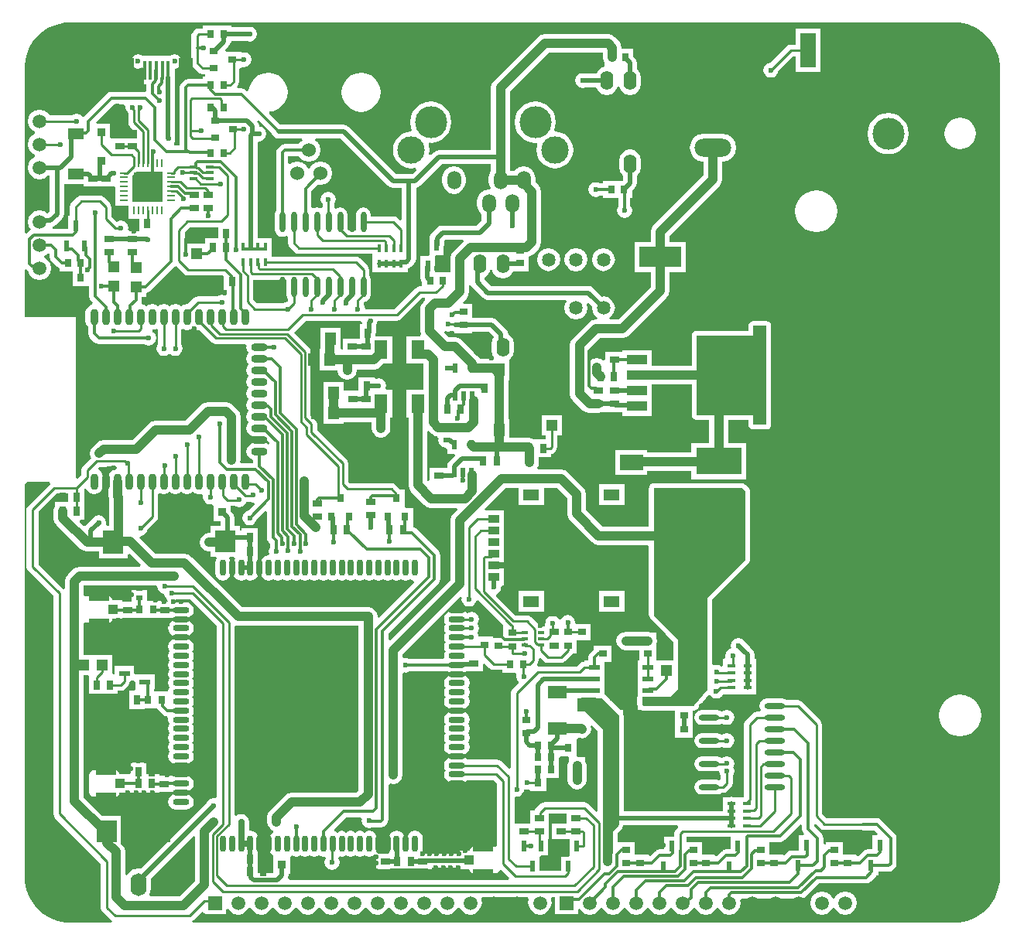
<source format=gtl>
G04*
G04 #@! TF.GenerationSoftware,Altium Limited,Altium Designer,21.6.4 (81)*
G04*
G04 Layer_Physical_Order=1*
G04 Layer_Color=255*
%FSLAX25Y25*%
%MOIN*%
G70*
G04*
G04 #@! TF.SameCoordinates,2A81184C-DEB4-4CFB-8C3F-066722EA72C9*
G04*
G04*
G04 #@! TF.FilePolarity,Positive*
G04*
G01*
G75*
%ADD11C,0.01000*%
%ADD12C,0.01181*%
%ADD13C,0.01968*%
%ADD19R,0.06693X0.04921*%
%ADD20R,0.03543X0.01000*%
%ADD21R,0.01000X0.03543*%
%ADD22R,0.03740X0.03543*%
%ADD23O,0.03500X0.07000*%
%ADD24O,0.07000X0.03500*%
%ADD25R,0.15750X0.15750*%
%ADD26R,0.02953X0.03937*%
%ADD27R,0.01575X0.08268*%
%ADD28R,0.05906X0.03937*%
%ADD29R,0.07480X0.07480*%
%ADD30R,0.03937X0.02953*%
%ADD31R,0.03543X0.01575*%
%ADD32R,0.01772X0.03543*%
%ADD33O,0.08784X0.02370*%
%ADD34R,0.08691X0.09354*%
%ADD35R,0.03543X0.01772*%
%ADD36R,0.02165X0.03937*%
%ADD37O,0.07087X0.02756*%
%ADD38O,0.02756X0.07087*%
%ADD39R,0.02362X0.04528*%
%ADD40R,0.03543X0.03150*%
%ADD41R,0.03150X0.03543*%
%ADD42R,0.06693X0.14567*%
%ADD43R,0.03150X0.03543*%
%ADD44R,0.03543X0.03150*%
%ADD45R,0.08504X0.04213*%
%ADD46R,0.04724X0.04724*%
%ADD47R,0.16535X0.08661*%
%ADD48R,0.05512X0.07874*%
%ADD49R,0.04724X0.05512*%
%ADD50R,0.04724X0.04724*%
%ADD51R,0.08691X0.10205*%
%ADD52R,0.09843X0.13779*%
%ADD53R,0.04724X0.02362*%
%ADD54R,0.07874X0.05512*%
%ADD55O,0.05512X0.08268*%
%ADD56R,0.03543X0.03740*%
%ADD57R,0.08661X0.04134*%
%ADD58R,0.04134X0.03937*%
%ADD59R,0.02598X0.02441*%
%ADD60R,0.02756X0.03543*%
%ADD61R,0.03543X0.02756*%
%ADD62R,0.19685X0.11811*%
%ADD63R,0.09843X0.06693*%
%ADD64R,0.18307X0.09055*%
%ADD65O,0.02370X0.08784*%
%ADD66R,0.02756X0.01654*%
%ADD67R,0.07087X0.05118*%
%ADD68R,0.04724X0.03543*%
%ADD69R,0.04528X0.02362*%
%ADD138R,0.12205X0.12205*%
%ADD139R,0.05000X0.02500*%
%ADD140C,0.03937*%
%ADD141C,0.02756*%
%ADD142C,0.27000*%
%ADD143C,0.02362*%
%ADD144O,0.04331X0.09449*%
%ADD145C,0.13780*%
%ADD146O,0.06890X0.09843*%
%ADD147C,0.05858*%
%ADD148R,0.05906X0.05906*%
%ADD149C,0.05906*%
%ADD150O,0.15748X0.07874*%
%ADD151O,0.07874X0.15748*%
%ADD152C,0.11811*%
%ADD153O,0.05906X0.07874*%
%ADD154C,0.06000*%
%ADD155R,0.05906X0.05906*%
G36*
X400394Y387598D02*
X402357Y387574D01*
X406199Y386759D01*
X409808Y385211D01*
X413046Y382989D01*
X415788Y380177D01*
X417928Y376885D01*
X419385Y373238D01*
X420103Y369377D01*
X420079Y367413D01*
X420079D01*
X420079Y367413D01*
X420079Y19284D01*
X420079Y17345D01*
X419322Y13542D01*
X417838Y9959D01*
X415684Y6735D01*
X412942Y3993D01*
X409718Y1839D01*
X406136Y355D01*
X402332Y-402D01*
X400394Y-402D01*
X72518D01*
X72279Y386D01*
X72780Y720D01*
X76351Y4292D01*
X77079Y3991D01*
Y3079D01*
X86921D01*
Y5326D01*
X87709Y5564D01*
X88452Y4452D01*
X90080Y3364D01*
X92000Y2982D01*
X93920Y3364D01*
X95548Y4452D01*
X96579Y5994D01*
X97000Y6040D01*
X97421Y5994D01*
X98452Y4452D01*
X100080Y3364D01*
X102000Y2982D01*
X103920Y3364D01*
X105548Y4452D01*
X106579Y5994D01*
X107000Y6040D01*
X107422Y5994D01*
X108452Y4452D01*
X110080Y3364D01*
X112000Y2982D01*
X113920Y3364D01*
X115548Y4452D01*
X116578Y5994D01*
X117000Y6040D01*
X117421Y5994D01*
X118452Y4452D01*
X120080Y3364D01*
X122000Y2982D01*
X123920Y3364D01*
X125548Y4452D01*
X126578Y5994D01*
X127000Y6040D01*
X127421Y5994D01*
X128452Y4452D01*
X130080Y3364D01*
X132000Y2982D01*
X133920Y3364D01*
X135548Y4452D01*
X136579Y5994D01*
X137000Y6040D01*
X137422Y5994D01*
X138452Y4452D01*
X140080Y3364D01*
X142000Y2982D01*
X143920Y3364D01*
X145548Y4452D01*
X146579Y5994D01*
X147000Y6040D01*
X147422Y5994D01*
X148452Y4452D01*
X150080Y3364D01*
X152000Y2982D01*
X153920Y3364D01*
X155548Y4452D01*
X156579Y5994D01*
X157000Y6040D01*
X157422Y5994D01*
X158452Y4452D01*
X160080Y3364D01*
X162000Y2982D01*
X163920Y3364D01*
X165548Y4452D01*
X166578Y5994D01*
X167000Y6040D01*
X167421Y5994D01*
X168452Y4452D01*
X170080Y3364D01*
X172000Y2982D01*
X173920Y3364D01*
X175548Y4452D01*
X176578Y5994D01*
X177000Y6040D01*
X177421Y5994D01*
X178452Y4452D01*
X180080Y3364D01*
X182000Y2982D01*
X183920Y3364D01*
X185548Y4452D01*
X186579Y5994D01*
X187000Y6040D01*
X187422Y5994D01*
X188452Y4452D01*
X190080Y3364D01*
X192000Y2982D01*
X193920Y3364D01*
X195548Y4452D01*
X196636Y6080D01*
X197018Y8000D01*
X196680Y9696D01*
X197134Y10483D01*
X216865D01*
X217320Y9696D01*
X216982Y8000D01*
X217364Y6080D01*
X218452Y4452D01*
X220080Y3364D01*
X222000Y2982D01*
X223920Y3364D01*
X225548Y4452D01*
X226636Y6080D01*
X227018Y8000D01*
X226680Y9696D01*
X227134Y10483D01*
X228579D01*
Y3079D01*
X238421D01*
Y5326D01*
X239209Y5564D01*
X239952Y4452D01*
X241580Y3364D01*
X243500Y2982D01*
X245420Y3364D01*
X247048Y4452D01*
X248078Y5994D01*
X248500Y6040D01*
X248921Y5994D01*
X249952Y4452D01*
X251580Y3364D01*
X253500Y2982D01*
X255420Y3364D01*
X257048Y4452D01*
X258079Y5994D01*
X258500Y6040D01*
X258922Y5994D01*
X259952Y4452D01*
X261580Y3364D01*
X263500Y2982D01*
X265420Y3364D01*
X267048Y4452D01*
X268078Y5994D01*
X268500Y6040D01*
X268921Y5994D01*
X269952Y4452D01*
X271580Y3364D01*
X273500Y2982D01*
X275420Y3364D01*
X277048Y4452D01*
X278079Y5994D01*
X278500Y6040D01*
X278922Y5994D01*
X279952Y4452D01*
X281580Y3364D01*
X283500Y2982D01*
X285420Y3364D01*
X287048Y4452D01*
X288078Y5994D01*
X288500Y6040D01*
X288921Y5994D01*
X289952Y4452D01*
X291580Y3364D01*
X293500Y2982D01*
X295420Y3364D01*
X297048Y4452D01*
X298078Y5994D01*
X298500Y6040D01*
X298921Y5994D01*
X299952Y4452D01*
X301580Y3364D01*
X303500Y2982D01*
X305420Y3364D01*
X307048Y4452D01*
X308136Y6080D01*
X308518Y8000D01*
X308292Y9135D01*
X308938Y9922D01*
X334500D01*
X335498Y10121D01*
X336345Y10687D01*
X342081Y16422D01*
X362531D01*
X363530Y16621D01*
X364376Y17187D01*
X366774Y19584D01*
X366944Y19839D01*
X367771D01*
Y21462D01*
X372071D01*
X373069Y21660D01*
X373916Y22226D01*
X374845Y23155D01*
X375411Y24002D01*
X375609Y25000D01*
Y36000D01*
X375411Y36999D01*
X374845Y37845D01*
X368845Y43845D01*
X367999Y44411D01*
X367000Y44609D01*
X361000D01*
X360536Y44517D01*
X345543D01*
X343517Y46543D01*
Y85000D01*
X343325Y85963D01*
X342780Y86780D01*
X334780Y94780D01*
X333963Y95325D01*
X333000Y95517D01*
X328154D01*
X327474Y95971D01*
X326244Y96215D01*
X319831D01*
X318600Y95971D01*
X317557Y95274D01*
X316860Y94230D01*
X316615Y93000D01*
X316860Y91770D01*
X317171Y91304D01*
X316750Y90517D01*
X315500D01*
X314537Y90325D01*
X313720Y89780D01*
X310720Y86780D01*
X310175Y85963D01*
X309983Y85000D01*
Y53628D01*
X309971Y53616D01*
X305244D01*
X304458Y53773D01*
X303673Y53616D01*
X300718D01*
Y47473D01*
X258007D01*
Y49148D01*
Y88763D01*
X257968Y88957D01*
Y89154D01*
X257910Y89451D01*
X257834Y89633D01*
X257831Y89649D01*
Y91224D01*
X256614D01*
X256504Y91334D01*
X256504Y91334D01*
X253419Y94419D01*
X253419Y94419D01*
X252490Y95349D01*
X252386Y95418D01*
X252317Y95522D01*
X250102Y97737D01*
X249881Y97884D01*
Y101350D01*
Y106350D01*
Y111945D01*
X252740D01*
Y119032D01*
X245260D01*
Y117415D01*
X245155Y117345D01*
X243705Y115895D01*
X243139Y115049D01*
X242941Y114050D01*
Y112650D01*
X241219D01*
Y112017D01*
X241000D01*
X240037Y111825D01*
X239220Y111280D01*
X237958Y110017D01*
X221190D01*
X220885Y110516D01*
X220823Y110784D01*
X221325Y111537D01*
X221517Y112500D01*
Y113395D01*
X222244Y113696D01*
X223720Y112220D01*
X224537Y111675D01*
X225500Y111483D01*
X231000D01*
X231963Y111675D01*
X232780Y112220D01*
X235780Y115220D01*
X236030Y115594D01*
X237740D01*
Y121213D01*
X243740D01*
Y128299D01*
X237692D01*
X237193Y128908D01*
X237211Y129000D01*
X236967Y130229D01*
X236271Y131271D01*
X235229Y131967D01*
X234000Y132211D01*
X232771Y131967D01*
X231729Y131271D01*
X231033Y130229D01*
X230208Y130116D01*
X229771Y130771D01*
X228729Y131467D01*
X227500Y131711D01*
X226271Y131467D01*
X225229Y130771D01*
X224533Y129729D01*
X224363Y128873D01*
X224063Y128193D01*
X224063Y128193D01*
X224063Y128193D01*
Y127248D01*
X222120D01*
X221736Y127824D01*
X218280Y131280D01*
X217463Y131825D01*
X216500Y132017D01*
X211551D01*
X203200Y140368D01*
X203460Y141221D01*
X204373Y141832D01*
X205069Y142874D01*
X205314Y144103D01*
X205303Y144157D01*
X205802Y144766D01*
X206433D01*
Y152246D01*
X200251D01*
Y154718D01*
X200831D01*
X201074Y154766D01*
X206433D01*
Y159766D01*
Y164766D01*
Y169766D01*
Y177246D01*
X198537D01*
X198210Y178033D01*
X207020Y186843D01*
X212741D01*
Y179516D01*
X223764D01*
Y186843D01*
X229640D01*
X233789Y182694D01*
Y175857D01*
X234095Y174321D01*
X234965Y173019D01*
X244465Y163519D01*
X245767Y162649D01*
X247303Y162343D01*
X268352D01*
X268993Y161556D01*
X268993Y132237D01*
X269032Y132043D01*
Y131846D01*
X269075Y131626D01*
X269375Y130903D01*
X269375Y130903D01*
X269499Y130717D01*
X269639Y130577D01*
X269748Y130413D01*
X276201Y123961D01*
X279493Y120669D01*
Y112697D01*
X272240D01*
Y117469D01*
Y119634D01*
X272514Y121012D01*
X272240Y122389D01*
Y124555D01*
X270284D01*
X270036Y124720D01*
X268500Y125026D01*
X259012D01*
X257476Y124720D01*
X256173Y123850D01*
X256162Y123838D01*
X255291Y122536D01*
X254986Y121000D01*
X255291Y119464D01*
X256162Y118162D01*
X257464Y117291D01*
X259000Y116986D01*
X259059Y116998D01*
X264760D01*
Y112650D01*
X264119D01*
Y106350D01*
Y101350D01*
Y97517D01*
X264079Y97419D01*
X264032Y97182D01*
X264032Y96984D01*
X263993Y96791D01*
X263993Y93402D01*
X264119Y92766D01*
Y91350D01*
X265327D01*
X265634Y91146D01*
X266402Y90993D01*
X280260D01*
Y86299D01*
X280260D01*
Y79213D01*
X287740D01*
Y85457D01*
X287740D01*
Y90932D01*
X288321Y90993D01*
X288349D01*
X288380Y90999D01*
X288491Y91011D01*
X288511Y91015D01*
X288587Y91008D01*
X288723Y91024D01*
X288905Y91083D01*
X288965Y91090D01*
X288972Y91092D01*
X289012Y91114D01*
X289260Y91164D01*
X289357Y91229D01*
X289468Y91264D01*
X289660Y91428D01*
X289703Y91445D01*
X289708Y91449D01*
X289752Y91492D01*
X289911Y91599D01*
X290007Y91695D01*
X290050Y91759D01*
X290065Y91772D01*
X290077Y91796D01*
X290167Y91872D01*
X294612Y97485D01*
X295399Y97454D01*
X295686Y97025D01*
X296728Y96328D01*
X297957Y96084D01*
X299186Y96328D01*
X300227Y97025D01*
X300434Y97334D01*
X300913Y97921D01*
Y97921D01*
X300913Y97921D01*
X310561D01*
X311347Y97765D01*
X312132Y97921D01*
X315087D01*
Y101071D01*
Y104220D01*
Y107370D01*
Y113079D01*
X314357D01*
Y115154D01*
X314128Y116306D01*
X313475Y117282D01*
X313475Y117282D01*
X312603Y118155D01*
X312388Y118476D01*
X312388Y118476D01*
X310128Y120737D01*
X309771Y121271D01*
X308729Y121967D01*
X307500Y122211D01*
X306271Y121967D01*
X305229Y121271D01*
X304533Y120229D01*
X304289Y119000D01*
X304530Y117787D01*
X303788Y117639D01*
X302746Y116943D01*
X302050Y115901D01*
X301805Y114673D01*
X301966Y113866D01*
X301419Y113079D01*
X300913D01*
Y110077D01*
X300275Y109879D01*
X300126Y109867D01*
X299229Y110467D01*
X298000Y110711D01*
X296906Y110494D01*
X296117Y110905D01*
X296062Y125156D01*
X296010Y138672D01*
X311752Y154413D01*
X311861Y154577D01*
X312001Y154717D01*
X312125Y154903D01*
X312425Y155626D01*
X312469Y155846D01*
Y156043D01*
X312507Y156237D01*
Y185263D01*
X312469Y185457D01*
Y185654D01*
X312425Y185873D01*
X312125Y186597D01*
X312125Y186597D01*
X312001Y186783D01*
X311861Y186923D01*
X311752Y187087D01*
X310587Y188251D01*
X310423Y188361D01*
X310283Y188501D01*
X310097Y188625D01*
X309373Y188925D01*
X309154Y188969D01*
X308957D01*
X308763Y189007D01*
X271237D01*
X271043Y188969D01*
X270846D01*
X270648Y188929D01*
X270648Y188929D01*
X270648D01*
X270245Y188762D01*
X269924Y188629D01*
X269924Y188629D01*
X269924Y188629D01*
X269732Y188437D01*
X269409D01*
Y188115D01*
X269371Y188076D01*
X269371Y188076D01*
X269371Y188076D01*
X269071Y187352D01*
X269032Y187154D01*
Y186957D01*
X268993Y186763D01*
Y184407D01*
X268983Y184357D01*
X268993Y184308D01*
Y170371D01*
X248966D01*
X241817Y177520D01*
Y184357D01*
X241512Y185893D01*
X240642Y187196D01*
X234142Y193696D01*
X232839Y194566D01*
X231303Y194871D01*
X221140D01*
X220719Y195659D01*
X221354Y196609D01*
X221660Y198146D01*
Y200063D01*
X226799D01*
Y201560D01*
X227377Y201675D01*
X228194Y202220D01*
X228780Y202806D01*
X229325Y203623D01*
X229517Y204586D01*
Y209535D01*
X231331D01*
Y218197D01*
X222669D01*
Y209535D01*
X224483D01*
Y207937D01*
X219088D01*
X218682Y208209D01*
X217146Y208514D01*
X208787D01*
Y216724D01*
X208471D01*
Y231326D01*
X208514Y231543D01*
Y233276D01*
X208787D01*
Y242389D01*
X209406Y242803D01*
X210450Y244365D01*
X210817Y246209D01*
Y248965D01*
X210450Y250808D01*
X209406Y252371D01*
X208333Y253088D01*
Y253178D01*
X208103Y254330D01*
X207451Y255307D01*
X207451Y255307D01*
X203385Y259373D01*
X202408Y260026D01*
X201256Y260255D01*
X201256Y260255D01*
X192740D01*
Y266299D01*
X189005D01*
X188704Y267027D01*
X190338Y268662D01*
X191209Y269964D01*
X191514Y271500D01*
Y274093D01*
X191754Y274180D01*
X192301Y274224D01*
X192871Y273371D01*
X197371Y268871D01*
X197371Y268871D01*
X198348Y268219D01*
X199500Y267989D01*
X199500Y267989D01*
X233171D01*
X233542Y267295D01*
X232951Y266411D01*
X232571Y264500D01*
X232951Y262589D01*
X234034Y260969D01*
X235654Y259887D01*
X237565Y259506D01*
X239475Y259887D01*
X241096Y260969D01*
X242178Y262589D01*
X242558Y264500D01*
X242213Y266236D01*
X242816Y266681D01*
X242862Y266701D01*
X244469Y265094D01*
X244347Y264480D01*
X244727Y262569D01*
X245809Y260949D01*
X246779Y260301D01*
X246540Y259514D01*
X246000D01*
X244464Y259209D01*
X243162Y258338D01*
X236162Y251338D01*
X235291Y250036D01*
X234986Y248500D01*
Y227500D01*
X235291Y225964D01*
X236162Y224662D01*
X240516Y220307D01*
X241818Y219437D01*
X243354Y219131D01*
X247000D01*
X248536Y219437D01*
X248931Y219701D01*
X254201D01*
X254492Y219643D01*
X254492Y219643D01*
X257591D01*
Y218039D01*
X270031D01*
Y224732D01*
Y231486D01*
X287394D01*
Y218374D01*
X287547Y217606D01*
X287982Y216955D01*
X288633Y216520D01*
X289402Y216367D01*
X294986D01*
Y206374D01*
X287189D01*
Y202264D01*
X268264D01*
Y203315D01*
X254484D01*
Y192685D01*
X268264D01*
Y194236D01*
X287189D01*
Y190626D01*
X310811D01*
Y206374D01*
X303014D01*
Y216367D01*
X311804D01*
Y214240D01*
X311957Y213472D01*
X312392Y212821D01*
X313043Y212386D01*
X313811Y212233D01*
X319598D01*
X320367Y212386D01*
X321018Y212821D01*
X321453Y213472D01*
X321605Y214240D01*
Y256760D01*
X321453Y257528D01*
X321018Y258179D01*
X320367Y258614D01*
X319598Y258767D01*
X313811D01*
X313043Y258614D01*
X312392Y258179D01*
X311957Y257528D01*
X311804Y256760D01*
Y254633D01*
X289402D01*
X288633Y254480D01*
X287982Y254045D01*
X287547Y253394D01*
X287394Y252626D01*
Y239514D01*
X270031D01*
Y246268D01*
X257591D01*
Y245590D01*
X250063D01*
Y242063D01*
X249276Y241880D01*
X248036Y242709D01*
X246500Y243014D01*
X244964Y242709D01*
X243801Y241932D01*
X243014Y242179D01*
Y246837D01*
X247663Y251486D01*
X257500D01*
X259036Y251791D01*
X260338Y252662D01*
X276638Y268961D01*
X277508Y270263D01*
X277813Y271799D01*
Y280004D01*
X284921D01*
Y292996D01*
X277813D01*
Y295637D01*
X299338Y317162D01*
X300209Y318464D01*
X300514Y320000D01*
X300514Y320000D01*
Y327494D01*
X302741Y327937D01*
X304695Y329242D01*
X306000Y331196D01*
X306458Y333500D01*
X306000Y335804D01*
X304695Y337758D01*
X302741Y339063D01*
X300437Y339521D01*
X292563D01*
X290259Y339063D01*
X288305Y337758D01*
X287000Y335804D01*
X286542Y333500D01*
X287000Y331196D01*
X288305Y329242D01*
X290259Y327937D01*
X292486Y327494D01*
Y321663D01*
X270961Y300138D01*
X270091Y298835D01*
X269785Y297299D01*
Y292996D01*
X262677D01*
Y280004D01*
X269785D01*
Y273462D01*
X255837Y259514D01*
X252140D01*
X251902Y260301D01*
X252871Y260949D01*
X253954Y262569D01*
X254334Y264480D01*
X253954Y266391D01*
X252871Y268011D01*
X251251Y269094D01*
X249340Y269474D01*
X248726Y269352D01*
X244949Y273129D01*
X243973Y273781D01*
X242821Y274011D01*
X242820Y274011D01*
X200747D01*
X198011Y276747D01*
Y277697D01*
X199406Y278629D01*
X200450Y280192D01*
X200599Y280938D01*
X201401D01*
X201550Y280192D01*
X202594Y278629D01*
X204157Y277585D01*
X206000Y277219D01*
X207843Y277585D01*
X209406Y278629D01*
X210450Y280192D01*
X210452Y280201D01*
X217240D01*
Y286676D01*
X217822Y286791D01*
X219124Y287662D01*
X221430Y289968D01*
X222300Y291270D01*
X222606Y292806D01*
Y314549D01*
X222300Y316085D01*
X221430Y317387D01*
X220018Y318800D01*
Y320642D01*
X219636Y322562D01*
X218548Y324190D01*
X216920Y325277D01*
X215000Y325659D01*
X213080Y325277D01*
X211452Y324190D01*
X211106Y323672D01*
X209014D01*
Y329500D01*
Y357837D01*
X225663Y374486D01*
X249230D01*
Y372500D01*
X249535Y370964D01*
X249701Y370717D01*
X249701Y368760D01*
X249116Y368270D01*
X248976Y368242D01*
X247413Y367197D01*
X246369Y365635D01*
X246344Y365511D01*
X241509D01*
X240500Y365711D01*
X239271Y365467D01*
X238229Y364771D01*
X237533Y363729D01*
X237289Y362500D01*
X237533Y361271D01*
X238229Y360229D01*
X239271Y359533D01*
X240500Y359289D01*
X241509Y359489D01*
X246310D01*
X246369Y359192D01*
X247413Y357629D01*
X248976Y356585D01*
X250819Y356219D01*
X252662Y356585D01*
X254225Y357629D01*
X255269Y359192D01*
X255418Y359938D01*
X256220D01*
X256369Y359192D01*
X257413Y357629D01*
X258976Y356585D01*
X260819Y356219D01*
X262662Y356585D01*
X264225Y357629D01*
X265269Y359192D01*
X265636Y361035D01*
Y363791D01*
X265269Y365635D01*
X264225Y367197D01*
X263830Y367462D01*
Y370240D01*
X263830Y370240D01*
X263600Y371392D01*
X262948Y372369D01*
X262299Y373018D01*
Y376240D01*
X257258D01*
Y376694D01*
X256953Y378230D01*
X256083Y379532D01*
X254276Y381338D01*
X252974Y382209D01*
X251438Y382514D01*
X224000D01*
X222464Y382209D01*
X221162Y381338D01*
X202162Y362338D01*
X201291Y361036D01*
X200986Y359500D01*
Y332511D01*
X178500D01*
X178500Y332511D01*
X177348Y332281D01*
X176371Y331629D01*
X176371Y331629D01*
X175255Y330512D01*
X174321Y330639D01*
X174295Y330666D01*
X174556Y332650D01*
X174285Y334705D01*
X174100Y335154D01*
X174579Y335778D01*
X175000Y335723D01*
X177313Y336027D01*
X179467Y336920D01*
X181318Y338340D01*
X182738Y340190D01*
X183630Y342345D01*
X183935Y344657D01*
X183630Y346970D01*
X182738Y349125D01*
X181318Y350975D01*
X179467Y352395D01*
X177313Y353288D01*
X175000Y353592D01*
X172687Y353288D01*
X170533Y352395D01*
X168682Y350975D01*
X167262Y349125D01*
X166370Y346970D01*
X166065Y344657D01*
X166370Y342345D01*
X166805Y341294D01*
X166263Y340545D01*
X164559Y340321D01*
X162643Y339528D01*
X160998Y338265D01*
X159736Y336621D01*
X158943Y334705D01*
X158672Y332650D01*
X158943Y330594D01*
X159736Y328679D01*
X160998Y327034D01*
X162643Y325772D01*
X164559Y324978D01*
X166614Y324708D01*
X168598Y324969D01*
X168625Y324943D01*
X168751Y324009D01*
X167003Y322261D01*
X159997D01*
X139629Y342629D01*
X138652Y343281D01*
X137500Y343511D01*
X137500Y343511D01*
X110179D01*
X105373Y348317D01*
X105656Y349148D01*
X107184Y349349D01*
X109219Y350192D01*
X110967Y351533D01*
X112308Y353281D01*
X113151Y355316D01*
X113438Y357500D01*
X113151Y359684D01*
X112308Y361719D01*
X110967Y363467D01*
X109219Y364808D01*
X107184Y365651D01*
X105000Y365938D01*
X102816Y365651D01*
X100781Y364808D01*
X99033Y363467D01*
X97692Y361719D01*
X96849Y359684D01*
X96648Y358155D01*
X95817Y357873D01*
X95202Y358488D01*
X94355Y359054D01*
X93357Y359252D01*
X91840D01*
X91539Y359980D01*
X91780Y360220D01*
X92325Y361037D01*
X92517Y362000D01*
Y367650D01*
X93177Y367957D01*
Y367957D01*
X93965Y368395D01*
X94500Y368289D01*
X95729Y368533D01*
X96771Y369229D01*
X97467Y370271D01*
X97711Y371500D01*
X97467Y372729D01*
X96771Y373771D01*
X95729Y374467D01*
X94500Y374711D01*
X93965Y374605D01*
X93177Y375043D01*
Y375043D01*
X86849D01*
X86548Y375771D01*
X87885Y377107D01*
X87885Y377107D01*
X88537Y378084D01*
X88672Y378760D01*
X89299D01*
Y379489D01*
X95991D01*
X97000Y379289D01*
X98229Y379533D01*
X99271Y380229D01*
X99967Y381271D01*
X100211Y382500D01*
X99967Y383729D01*
X99271Y384771D01*
X98229Y385467D01*
X97000Y385711D01*
X95991Y385511D01*
X89299D01*
Y386240D01*
X76701D01*
Y385017D01*
X75086D01*
X74123Y384825D01*
X73306Y384280D01*
X72720Y383694D01*
X72175Y382877D01*
X71983Y381914D01*
Y376964D01*
X71891Y376500D01*
X71983Y376036D01*
Y370000D01*
X72175Y369037D01*
X72720Y368220D01*
X74961Y365980D01*
X75777Y365435D01*
X76740Y365243D01*
X77823D01*
Y364371D01*
X76701D01*
Y363240D01*
X70631D01*
X69633Y363042D01*
X68786Y362476D01*
X67655Y361345D01*
X67089Y360498D01*
X66891Y359500D01*
Y334609D01*
X64652D01*
X64382Y335397D01*
X64967Y336271D01*
X65211Y337500D01*
X64985Y338637D01*
Y363843D01*
X64756Y364995D01*
X64705Y365071D01*
Y367521D01*
X65934Y367765D01*
X66976Y368461D01*
X67672Y369503D01*
X67916Y370732D01*
X67672Y371961D01*
X66976Y373003D01*
X65934Y373699D01*
X64705Y373943D01*
X63476Y373699D01*
X62572Y373095D01*
X51516D01*
X51516Y373095D01*
Y373095D01*
X51516Y373095D01*
X50807Y373284D01*
X50186Y373699D01*
X48957Y373943D01*
X47728Y373699D01*
X46686Y373003D01*
X45990Y371961D01*
X45746Y370732D01*
X45990Y369503D01*
X46686Y368461D01*
X47728Y367765D01*
X48957Y367521D01*
X50186Y367765D01*
X50729Y368128D01*
X51516Y367707D01*
Y360890D01*
X52562D01*
Y358071D01*
X52000Y357609D01*
X37500D01*
X36502Y357411D01*
X35655Y356845D01*
X25863Y347053D01*
X24939Y347018D01*
X24771Y347271D01*
X23729Y347967D01*
X22500Y348211D01*
X21271Y347967D01*
X20598Y347517D01*
X10737D01*
X10048Y348548D01*
X8420Y349636D01*
X6500Y350018D01*
X4580Y349636D01*
X2952Y348548D01*
X1864Y346920D01*
X1482Y345000D01*
X1864Y343080D01*
X2952Y341452D01*
X4494Y340422D01*
X4540Y340000D01*
X4494Y339579D01*
X2952Y338548D01*
X1864Y336920D01*
X1482Y335000D01*
X1864Y333080D01*
X2952Y331452D01*
X4494Y330421D01*
X4540Y330000D01*
X4494Y329578D01*
X2952Y328548D01*
X1864Y326920D01*
X1482Y325000D01*
X1864Y323080D01*
X2952Y321452D01*
X4580Y320364D01*
X6500Y319982D01*
X8420Y320364D01*
X10048Y321452D01*
X10202Y321682D01*
X10989Y321444D01*
Y306247D01*
X10006Y305264D01*
X9725D01*
X8420Y306136D01*
X6500Y306518D01*
X4580Y306136D01*
X2952Y305048D01*
X1864Y303420D01*
X1482Y301500D01*
X1864Y299580D01*
X2755Y298246D01*
X2155Y297845D01*
X787Y296477D01*
X0Y296803D01*
Y367320D01*
X94Y367413D01*
X51Y369359D01*
X728Y373192D01*
X2139Y376820D01*
X4230Y380103D01*
X6922Y382914D01*
X10111Y385146D01*
X13674Y386714D01*
X17474Y387556D01*
X19419Y387598D01*
X19419Y387598D01*
X400394Y387598D01*
D02*
G37*
G36*
X43548Y351603D02*
X43428Y351000D01*
X43672Y349771D01*
X44368Y348729D01*
X44697Y348510D01*
Y344406D01*
X44889Y343443D01*
X45434Y342626D01*
X48578Y339483D01*
Y337591D01*
X37063D01*
X36839Y338285D01*
Y343941D01*
X31160D01*
X30858Y344668D01*
X38581Y352391D01*
X42906D01*
X43548Y351603D01*
D02*
G37*
G36*
X156621Y317121D02*
X156621Y317121D01*
X157598Y316469D01*
X158750Y316239D01*
X158750Y316239D01*
X162643D01*
Y302445D01*
X161916Y302144D01*
X160742Y303317D01*
X159926Y303863D01*
X158963Y304054D01*
X149215D01*
Y304744D01*
X148971Y305975D01*
X148274Y307018D01*
X147230Y307715D01*
X146000Y307959D01*
X144770Y307715D01*
X143726Y307018D01*
X143029Y305975D01*
X142785Y304744D01*
Y298331D01*
X142527Y298017D01*
X139873D01*
X139215Y298675D01*
Y304744D01*
X138971Y305975D01*
X138274Y307018D01*
X137230Y307715D01*
X136000Y307959D01*
X134770Y307715D01*
X134213Y307343D01*
X133426Y307764D01*
Y309608D01*
X133785Y310146D01*
X134030Y311375D01*
X133785Y312603D01*
X133089Y313645D01*
X132047Y314341D01*
X130818Y314586D01*
X129589Y314341D01*
X128548Y313645D01*
X127851Y312603D01*
X127607Y311375D01*
X127851Y310146D01*
X128392Y309336D01*
Y307885D01*
X127605Y307465D01*
X127230Y307715D01*
X126000Y307959D01*
X124770Y307715D01*
X124397Y307466D01*
X123609Y307886D01*
Y314919D01*
X126352Y317662D01*
X127500Y317434D01*
X129439Y317820D01*
X131082Y318918D01*
X132180Y320561D01*
X132566Y322500D01*
X132180Y324439D01*
X131082Y326082D01*
X129439Y327180D01*
X127500Y327566D01*
X125561Y327180D01*
X123918Y326082D01*
X122938Y324615D01*
X122687Y324556D01*
X122313D01*
X122063Y324615D01*
X121082Y326082D01*
X119439Y327180D01*
X117500Y327566D01*
X115561Y327180D01*
X114429Y326424D01*
X113642Y326845D01*
Y329891D01*
X118268D01*
X118918Y328918D01*
X120561Y327820D01*
X122500Y327434D01*
X124439Y327820D01*
X126082Y328918D01*
X127180Y330561D01*
X127566Y332500D01*
X127180Y334439D01*
X126082Y336082D01*
X125154Y336702D01*
X125393Y337489D01*
X136253D01*
X156621Y317121D01*
D02*
G37*
G36*
X106658Y339652D02*
X106719Y339348D01*
X107371Y338371D01*
X108348Y337719D01*
X109500Y337489D01*
X119607D01*
X119846Y336702D01*
X118918Y336082D01*
X118268Y335109D01*
X112000D01*
X111002Y334911D01*
X110155Y334345D01*
X109188Y333378D01*
X108622Y332531D01*
X108424Y331533D01*
Y306565D01*
X108029Y305975D01*
X107785Y304744D01*
Y298331D01*
X108029Y297100D01*
X108726Y296057D01*
X109770Y295360D01*
X111000Y295115D01*
X112230Y295360D01*
X112696Y295671D01*
X113483Y295250D01*
Y292500D01*
X113675Y291537D01*
X114220Y290720D01*
X116374Y288567D01*
X117190Y288021D01*
X118154Y287830D01*
X149921D01*
Y284384D01*
X149765Y283598D01*
X149921Y282813D01*
Y279913D01*
X165079D01*
Y281445D01*
X165562Y281541D01*
X166539Y282194D01*
X167782Y283437D01*
X168435Y284414D01*
X168664Y285566D01*
X168664Y285566D01*
Y316322D01*
X169402Y316469D01*
X170379Y317121D01*
X179747Y326489D01*
X200986D01*
Y323492D01*
X200364Y322562D01*
X199982Y320642D01*
Y318673D01*
X200364Y316753D01*
X200691Y316264D01*
X200254Y315609D01*
X200000Y315659D01*
X198080Y315277D01*
X196452Y314190D01*
X195364Y312562D01*
X194982Y310642D01*
Y308673D01*
X195364Y306753D01*
X196452Y305125D01*
X196989Y304766D01*
Y302247D01*
X194753Y300011D01*
X180000D01*
X180000Y300011D01*
X178848Y299781D01*
X177871Y299129D01*
X177871Y299129D01*
X175568Y296826D01*
X174915Y295849D01*
X174878Y295661D01*
X174350D01*
Y287197D01*
X173726Y286803D01*
X170610D01*
Y282630D01*
X170561Y282383D01*
X170561Y282383D01*
Y277500D01*
X170561Y277500D01*
X170790Y276348D01*
X171201Y275733D01*
Y273773D01*
X170151D01*
X169188Y273581D01*
X168372Y273036D01*
X159321Y263985D01*
X146723D01*
X146711Y264000D01*
X146467Y265229D01*
X146017Y265902D01*
Y266713D01*
X146430Y267126D01*
X147230Y267285D01*
X148274Y267982D01*
X148971Y269025D01*
X149215Y270256D01*
Y276669D01*
X148971Y277900D01*
X148517Y278579D01*
Y281000D01*
X148325Y281963D01*
X147780Y282780D01*
X144626Y285933D01*
X143810Y286479D01*
X142847Y286670D01*
X106579D01*
Y294587D01*
X100641D01*
X100446Y295374D01*
X100621Y296256D01*
X100420Y297265D01*
Y335813D01*
X101000Y336289D01*
X102229Y336533D01*
X103271Y337229D01*
X103967Y338271D01*
X104211Y339500D01*
X103967Y340729D01*
X103271Y341771D01*
X102229Y342467D01*
X101011Y342709D01*
Y343000D01*
X100781Y344152D01*
X100252Y344945D01*
X100864Y345446D01*
X106658Y339652D01*
D02*
G37*
G36*
X59551Y320240D02*
Y318272D01*
Y316303D01*
Y314335D01*
Y312366D01*
Y310398D01*
Y310347D01*
X46638D01*
Y310398D01*
Y312366D01*
Y314335D01*
Y316303D01*
Y318272D01*
Y320240D01*
Y321618D01*
X48280Y323260D01*
X59551D01*
Y320240D01*
D02*
G37*
G36*
X25563Y316910D02*
X38937D01*
X39158Y316213D01*
Y312366D01*
Y308429D01*
X44721D01*
Y302866D01*
X49409D01*
Y297654D01*
X45246D01*
X44600Y298441D01*
X44711Y299000D01*
X44467Y300229D01*
X43771Y301271D01*
X42729Y301967D01*
X41500Y302211D01*
X40271Y301967D01*
X39864Y301695D01*
X37517Y304043D01*
Y308000D01*
X37325Y308963D01*
X36780Y309780D01*
X34280Y312280D01*
X33463Y312825D01*
X32500Y313017D01*
X24500D01*
X23537Y312825D01*
X22720Y312280D01*
X20220Y309780D01*
X19675Y308963D01*
X19483Y308000D01*
Y304161D01*
X18850D01*
Y298609D01*
X12104D01*
X12027Y299397D01*
X12405Y299472D01*
X13382Y300125D01*
X16129Y302871D01*
X16129Y302871D01*
X16781Y303848D01*
X17011Y305000D01*
X17011Y305000D01*
Y317910D01*
X25563D01*
Y316910D01*
D02*
G37*
G36*
X83409Y294467D02*
X77701D01*
Y292197D01*
X69669D01*
X69017Y292523D01*
Y296957D01*
X71326Y299267D01*
X83409D01*
Y294467D01*
D02*
G37*
G36*
X189025Y293202D02*
X184662Y288838D01*
X183791Y287536D01*
X183486Y286000D01*
Y279871D01*
X176909D01*
Y286803D01*
X177534Y287197D01*
X180650D01*
Y291335D01*
X180708Y291626D01*
X180707Y291626D01*
Y293450D01*
X181247Y293989D01*
X188832D01*
X189025Y293202D01*
D02*
G37*
G36*
X10891Y287796D02*
Y286500D01*
X11089Y285502D01*
X11655Y284655D01*
X14155Y282155D01*
X15001Y281589D01*
X15201Y281550D01*
Y280260D01*
X20713D01*
Y273760D01*
X27799D01*
X27832Y272986D01*
Y269559D01*
X28030Y268561D01*
X28596Y267714D01*
X29488Y266822D01*
X29228Y265968D01*
X28649Y265853D01*
X27419Y265031D01*
X26597Y263801D01*
X26309Y262350D01*
Y258850D01*
X26597Y257399D01*
X27419Y256169D01*
X27491Y256121D01*
Y253400D01*
X27689Y252401D01*
X28255Y251555D01*
X30155Y249655D01*
X31001Y249089D01*
X32000Y248891D01*
X51736D01*
X52271Y248533D01*
X53500Y248289D01*
X54729Y248533D01*
X55771Y249229D01*
X56467Y250271D01*
X56711Y251500D01*
X56467Y252729D01*
X55771Y253771D01*
X54987Y254294D01*
X55046Y254697D01*
X55224Y255083D01*
X56551Y255347D01*
X56839Y255540D01*
X57533Y255168D01*
Y248977D01*
X57033Y248229D01*
X56789Y247000D01*
X57033Y245771D01*
X57729Y244729D01*
X58771Y244033D01*
X60000Y243789D01*
X61229Y244033D01*
X61933Y244504D01*
X62500Y244664D01*
X63067Y244504D01*
X63771Y244033D01*
X65000Y243789D01*
X66229Y244033D01*
X67271Y244729D01*
X67967Y245771D01*
X68211Y247000D01*
X67967Y248229D01*
X67567Y248828D01*
Y255123D01*
X68354Y255544D01*
X68649Y255347D01*
X70100Y255059D01*
X71551Y255347D01*
X72600Y256048D01*
X73649Y255347D01*
X75100Y255059D01*
X75293Y255097D01*
X80670Y249720D01*
X81487Y249175D01*
X82450Y248983D01*
X95313D01*
X95813Y248375D01*
X95659Y247600D01*
X95947Y246149D01*
X96648Y245100D01*
X95947Y244051D01*
X95659Y242600D01*
X95947Y241149D01*
X96648Y240100D01*
X95947Y239051D01*
X95659Y237600D01*
X95947Y236149D01*
X96648Y235100D01*
X95947Y234051D01*
X95659Y232600D01*
X95947Y231149D01*
X96648Y230100D01*
X95947Y229051D01*
X95659Y227600D01*
X95947Y226149D01*
X96648Y225100D01*
X95947Y224051D01*
X95659Y222600D01*
X95947Y221149D01*
X96648Y220100D01*
X95947Y219051D01*
X95659Y217600D01*
X95947Y216149D01*
X96648Y215100D01*
X95947Y214051D01*
X95659Y212600D01*
X95947Y211149D01*
X96769Y209919D01*
X97999Y209097D01*
X99450Y208809D01*
X102950D01*
X103035Y208825D01*
X105635Y206225D01*
X105133Y205614D01*
X104401Y206103D01*
X102950Y206391D01*
X99450D01*
X97999Y206103D01*
X96769Y205281D01*
X95947Y204051D01*
X95659Y202600D01*
X95947Y201149D01*
X96769Y199919D01*
X97999Y199097D01*
X98591Y198979D01*
Y197609D01*
X93358D01*
X92859Y198218D01*
X93014Y199000D01*
Y217694D01*
X92709Y219230D01*
X91838Y220532D01*
X89532Y222838D01*
X88230Y223709D01*
X86694Y224014D01*
X79000D01*
X77464Y223709D01*
X76162Y222838D01*
X69337Y216014D01*
X56500D01*
X56500Y216014D01*
X54964Y215709D01*
X53662Y214838D01*
X46337Y207514D01*
X34000D01*
X34000Y207514D01*
X32464Y207209D01*
X31162Y206338D01*
X29417Y204594D01*
X28547Y203292D01*
X28242Y201756D01*
X28547Y200220D01*
X28793Y199852D01*
X25283Y196342D01*
X24737Y195526D01*
X24546Y194563D01*
Y192678D01*
X22727Y190860D01*
X22000Y191161D01*
Y260500D01*
X0D01*
Y280792D01*
X787Y281118D01*
X1347Y280559D01*
X1719Y280310D01*
X1864Y279580D01*
X2952Y277952D01*
X4580Y276864D01*
X6500Y276482D01*
X8420Y276864D01*
X10048Y277952D01*
X11136Y279580D01*
X11518Y281500D01*
X11136Y283420D01*
X10048Y285048D01*
X8506Y286079D01*
X8460Y286500D01*
X8506Y286922D01*
X10048Y287952D01*
X10103Y288035D01*
X10891Y287796D01*
D02*
G37*
G36*
X68720Y279220D02*
X69537Y278675D01*
X70500Y278483D01*
X85457D01*
X85909Y278031D01*
Y272063D01*
X87118D01*
Y270208D01*
X86424Y269837D01*
X86229Y269967D01*
X85000Y270211D01*
X83771Y269967D01*
X83098Y269517D01*
X74750D01*
X73787Y269325D01*
X72970Y268780D01*
X70293Y266103D01*
X70100Y266141D01*
X68649Y265853D01*
X67600Y265152D01*
X66551Y265853D01*
X65100Y266141D01*
X63649Y265853D01*
X62600Y265152D01*
X61551Y265853D01*
X60100Y266141D01*
X58649Y265853D01*
X57600Y265152D01*
X56551Y265853D01*
X55100Y266141D01*
X53649Y265853D01*
X52600Y265152D01*
X51551Y265853D01*
X50703Y266021D01*
X50340Y266896D01*
X50411Y267002D01*
X50609Y268000D01*
Y269169D01*
X52331D01*
Y270957D01*
X52999Y271089D01*
X53845Y271655D01*
X64508Y282319D01*
X65531Y282410D01*
X68720Y279220D01*
D02*
G37*
G36*
X112785Y276669D02*
Y270256D01*
X113029Y269025D01*
X113483Y268346D01*
Y267543D01*
X113066Y267125D01*
X112271Y266967D01*
X111598Y266517D01*
X100158D01*
X98517Y268158D01*
Y276707D01*
X112754D01*
X112785Y276669D01*
D02*
G37*
G36*
X184348Y254463D02*
X185260Y254281D01*
Y253701D01*
X192740D01*
Y254234D01*
X200009D01*
X202305Y251938D01*
X201550Y250808D01*
X201183Y248965D01*
Y246209D01*
X201550Y244365D01*
X202120Y243512D01*
X201699Y242724D01*
X200126D01*
Y242420D01*
X196374D01*
X195777Y243313D01*
X188252Y250838D01*
X186950Y251709D01*
X185414Y252014D01*
X182663D01*
X180727Y253949D01*
X181229Y254561D01*
X181271Y254533D01*
X182500Y254289D01*
X183729Y254533D01*
X183986Y254705D01*
X184348Y254463D01*
D02*
G37*
G36*
X172641Y268012D02*
X171662Y267032D01*
X170791Y265730D01*
X170486Y264194D01*
Y254500D01*
X170764Y253102D01*
X170350Y252315D01*
X164650D01*
Y240504D01*
X169774D01*
X170162Y240427D01*
X171986D01*
Y229136D01*
X164650D01*
Y217325D01*
X165361D01*
Y188125D01*
X165666Y186589D01*
X166536Y185287D01*
X172321Y179502D01*
X173623Y178632D01*
X175159Y178326D01*
X186121D01*
X186422Y177599D01*
X184662Y175838D01*
X183791Y174536D01*
X183486Y173000D01*
Y147217D01*
X157572Y121303D01*
X156845Y121604D01*
Y124155D01*
X178345Y145655D01*
X178911Y146502D01*
X179109Y147500D01*
Y158000D01*
X178911Y158999D01*
X178345Y159845D01*
X168723Y169467D01*
X167876Y170033D01*
X167582Y170091D01*
X167448Y170823D01*
X167448D01*
Y178303D01*
X164332D01*
X163707Y178697D01*
Y186177D01*
X161779D01*
X161571Y186488D01*
X159780Y188280D01*
X158963Y188825D01*
X158000Y189017D01*
X140042D01*
X139517Y189542D01*
Y197500D01*
X139325Y198463D01*
X138780Y199280D01*
X126017Y212042D01*
Y214500D01*
X125825Y215463D01*
X125280Y216280D01*
X123324Y218235D01*
Y245693D01*
X123132Y246656D01*
X122587Y247473D01*
X116059Y254000D01*
X121011Y258952D01*
X144857D01*
X145356Y258343D01*
X145336Y258240D01*
X145336Y258240D01*
Y257437D01*
X144410D01*
Y251229D01*
X143063D01*
Y251229D01*
X137102D01*
Y246770D01*
X136800Y246601D01*
X136013Y247063D01*
Y255921D01*
X127351D01*
Y246943D01*
X127213D01*
Y237494D01*
X134987D01*
X135291Y235964D01*
X136162Y234662D01*
X137464Y233791D01*
X139000Y233486D01*
X140536Y233791D01*
X141838Y234662D01*
X142709Y235964D01*
X143014Y237500D01*
Y238061D01*
X150473D01*
X152009Y238367D01*
X153311Y239237D01*
X154579Y240504D01*
X158351D01*
Y252315D01*
X151299D01*
Y253701D01*
X151357Y253992D01*
X151357Y253992D01*
Y256858D01*
X151967Y257771D01*
X152202Y258952D01*
X160364D01*
X161327Y259143D01*
X162144Y259689D01*
X171194Y268739D01*
X172340D01*
X172641Y268012D01*
D02*
G37*
G36*
X319598Y214240D02*
X313811D01*
Y218374D01*
X289402D01*
Y252626D01*
X313811D01*
Y256760D01*
X319598D01*
Y214240D01*
D02*
G37*
G36*
X175468Y210162D02*
X176770Y209291D01*
X177860Y209075D01*
X177895Y209057D01*
X178409Y208318D01*
X178428Y208198D01*
X178289Y207500D01*
X178533Y206271D01*
X179229Y205229D01*
X180271Y204533D01*
X181500Y204289D01*
X182118Y203609D01*
Y201533D01*
X185246D01*
X185547Y200805D01*
X183139Y198396D01*
X182604Y197596D01*
X182118D01*
Y195590D01*
X174563D01*
Y190117D01*
X173776Y189745D01*
X173389Y190043D01*
Y211212D01*
X174116Y211513D01*
X175468Y210162D01*
D02*
G37*
G36*
X73649Y184447D02*
X75100Y184159D01*
X76266Y184391D01*
X76867Y183914D01*
X76945Y183784D01*
X76789Y183000D01*
X77033Y181771D01*
X77729Y180729D01*
X78771Y180033D01*
X80000Y179789D01*
X80673Y179923D01*
X81461Y179313D01*
Y172661D01*
X84489D01*
Y170646D01*
X80111D01*
Y167514D01*
X79500D01*
X77964Y167209D01*
X76662Y166338D01*
X75791Y165036D01*
X75486Y163500D01*
X75791Y161964D01*
X76662Y160662D01*
X77964Y159791D01*
X79500Y159486D01*
X80111D01*
Y157354D01*
X82397D01*
X82818Y156567D01*
X82352Y155869D01*
X82092Y154563D01*
Y150232D01*
X82352Y148927D01*
X83091Y147820D01*
X84198Y147080D01*
X85504Y146820D01*
X86810Y147080D01*
X87917Y147820D01*
X88656Y148927D01*
X88916Y150232D01*
Y154563D01*
X88656Y155869D01*
X88190Y156567D01*
X88611Y157354D01*
X90271D01*
X90692Y156567D01*
X90226Y155869D01*
X89966Y154563D01*
Y150232D01*
X90226Y148927D01*
X90965Y147820D01*
X92072Y147080D01*
X93378Y146820D01*
X94684Y147080D01*
X95346Y147523D01*
X96009Y147080D01*
X97315Y146820D01*
X98621Y147080D01*
X99728Y147820D01*
X100467Y148927D01*
X100727Y150232D01*
Y154563D01*
X100516Y155625D01*
Y161563D01*
Y169437D01*
X93626D01*
Y168511D01*
X92739D01*
Y170646D01*
X90511D01*
Y174102D01*
X90511Y174102D01*
X90281Y175254D01*
X89629Y176231D01*
X89629Y176231D01*
X88941Y176919D01*
Y179069D01*
X90988D01*
X91271Y178880D01*
X92500Y178635D01*
X93729Y178880D01*
X94771Y179576D01*
X95467Y180617D01*
X95520Y180884D01*
X97217D01*
X97271Y180848D01*
X98500Y180604D01*
X98875Y180678D01*
X99263Y179953D01*
X96403Y177093D01*
X95771Y176967D01*
X94729Y176271D01*
X94033Y175229D01*
X93789Y174000D01*
X94033Y172771D01*
X94729Y171729D01*
X95771Y171033D01*
X97000Y170789D01*
X98229Y171033D01*
X99271Y171729D01*
X99967Y172771D01*
X100092Y173403D01*
X103695Y177005D01*
X104422Y176704D01*
Y165549D01*
X104621Y164550D01*
X105186Y163704D01*
X105891Y163000D01*
Y161264D01*
X105533Y160729D01*
X105289Y159500D01*
X105442Y158728D01*
X105393Y158581D01*
X104909Y157935D01*
X104863Y157910D01*
X103883Y157715D01*
X102776Y156976D01*
X102037Y155869D01*
X101777Y154563D01*
Y150232D01*
X102037Y148927D01*
X102776Y147820D01*
X103883Y147080D01*
X105189Y146820D01*
X106495Y147080D01*
X107158Y147523D01*
X107820Y147080D01*
X109126Y146820D01*
X110432Y147080D01*
X111094Y147523D01*
X111757Y147080D01*
X113063Y146820D01*
X114369Y147080D01*
X115032Y147523D01*
X115694Y147080D01*
X117000Y146820D01*
X118306Y147080D01*
X118968Y147523D01*
X119631Y147080D01*
X120937Y146820D01*
X122243Y147080D01*
X122906Y147523D01*
X123568Y147080D01*
X124874Y146820D01*
X126180Y147080D01*
X126843Y147523D01*
X127505Y147080D01*
X128811Y146820D01*
X130117Y147080D01*
X130780Y147523D01*
X131442Y147080D01*
X132748Y146820D01*
X134054Y147080D01*
X134717Y147523D01*
X135379Y147080D01*
X136685Y146820D01*
X137991Y147080D01*
X138654Y147523D01*
X139316Y147080D01*
X140622Y146820D01*
X141928Y147080D01*
X142591Y147523D01*
X143253Y147080D01*
X144559Y146820D01*
X145865Y147080D01*
X146528Y147523D01*
X147190Y147080D01*
X148496Y146820D01*
X149802Y147080D01*
X150465Y147523D01*
X151127Y147080D01*
X152433Y146820D01*
X153739Y147080D01*
X154402Y147523D01*
X155064Y147080D01*
X156370Y146820D01*
X157676Y147080D01*
X158339Y147523D01*
X159001Y147080D01*
X160307Y146820D01*
X161613Y147080D01*
X162276Y147523D01*
X162938Y147080D01*
X164244Y146820D01*
X165550Y147080D01*
X166213Y147523D01*
X166876Y147080D01*
X167627Y146931D01*
X167886Y146076D01*
X152742Y130931D01*
X152014Y131233D01*
Y131500D01*
X151709Y133036D01*
X150838Y134338D01*
X149536Y135209D01*
X148000Y135514D01*
X93663D01*
X71808Y157369D01*
X70506Y158239D01*
X68970Y158545D01*
X56632D01*
X49614Y165563D01*
X50000Y166289D01*
X51229Y166533D01*
X52271Y167229D01*
X52967Y168271D01*
X53125Y169065D01*
X56880Y172820D01*
X57425Y173637D01*
X57617Y174600D01*
Y184302D01*
X58311Y184673D01*
X58649Y184447D01*
X60100Y184159D01*
X61551Y184447D01*
X62600Y185148D01*
X63649Y184447D01*
X65100Y184159D01*
X66551Y184447D01*
X67600Y185148D01*
X68649Y184447D01*
X70100Y184159D01*
X71551Y184447D01*
X72600Y185148D01*
X73649Y184447D01*
D02*
G37*
G36*
X39871Y195196D02*
X38649Y194953D01*
X37419Y194131D01*
X36597Y192901D01*
X36309Y191450D01*
Y190053D01*
X36213Y189573D01*
Y183127D01*
X36340Y182488D01*
Y177500D01*
X36486Y176768D01*
Y170571D01*
X35708D01*
X35084Y171358D01*
X35211Y172000D01*
X34967Y173229D01*
X34271Y174271D01*
X33229Y174967D01*
X32000Y175211D01*
X30771Y174967D01*
X29729Y174271D01*
X29158Y173415D01*
X26371Y170629D01*
X25622Y170555D01*
X23841Y172336D01*
X24143Y173063D01*
X25799D01*
Y179063D01*
Y186475D01*
X26587Y186553D01*
X26597Y186499D01*
X27419Y185269D01*
X28649Y184447D01*
X30100Y184159D01*
X31551Y184447D01*
X32781Y185269D01*
X33603Y186499D01*
X33891Y187950D01*
Y191450D01*
X33603Y192901D01*
X32781Y194131D01*
X32050Y194619D01*
X31924Y195459D01*
X32378Y195983D01*
X39793D01*
X39871Y195196D01*
D02*
G37*
G36*
X18910Y180937D02*
X17033D01*
X16646Y181014D01*
X16258Y180937D01*
X13201D01*
Y178931D01*
X12937Y178536D01*
X12632Y177000D01*
Y173854D01*
X12937Y172318D01*
X13807Y171016D01*
X24162Y160662D01*
X25464Y159791D01*
X27000Y159486D01*
X32010D01*
Y156429D01*
X44638D01*
Y158157D01*
X45365Y158458D01*
X50082Y153742D01*
X49780Y153014D01*
X23806D01*
X22270Y152709D01*
X20968Y151838D01*
X18662Y149532D01*
X17791Y148230D01*
X17486Y146694D01*
Y143640D01*
X17035Y143410D01*
X16699Y143361D01*
X6017Y154042D01*
Y176458D01*
X13970Y184410D01*
X18910D01*
Y180937D01*
D02*
G37*
G36*
X57289Y144500D02*
X57533Y143271D01*
X58229Y142229D01*
X59271Y141533D01*
X60324Y141324D01*
X60533Y140271D01*
X61229Y139229D01*
X61565Y139005D01*
X61745Y137937D01*
X61641Y137799D01*
X58799D01*
Y138240D01*
X52768D01*
Y142760D01*
X46232D01*
Y138240D01*
X46201D01*
Y137799D01*
X42039D01*
Y138437D01*
X37905D01*
X37791Y139008D01*
X37356Y139659D01*
X36705Y140094D01*
X35937Y140247D01*
X26882D01*
X26302Y140132D01*
X25514Y140569D01*
Y144986D01*
X56890D01*
X57289Y144500D01*
D02*
G37*
G36*
X82983Y127457D02*
Y53672D01*
X82196Y53073D01*
X81500Y53211D01*
X80271Y52967D01*
X79229Y52271D01*
X78533Y51229D01*
X78523Y51178D01*
X50131Y22786D01*
X49079Y22996D01*
X46967Y22576D01*
X45176Y21379D01*
X44234Y19970D01*
X43447Y20209D01*
Y30067D01*
X43142Y31603D01*
X42271Y32905D01*
X41655Y33521D01*
Y45646D01*
X33531D01*
X25514Y53663D01*
Y106169D01*
X27010D01*
X27701Y105937D01*
Y98063D01*
X40299D01*
Y99483D01*
X41500D01*
X42463Y99675D01*
X43280Y100220D01*
X44780Y101720D01*
X45325Y102537D01*
X45517Y103500D01*
X45867Y103850D01*
X47303Y103850D01*
X47697Y103226D01*
Y100110D01*
X47697D01*
X47406Y99443D01*
X45053D01*
Y91569D01*
X51942D01*
Y91760D01*
X57251D01*
X57655Y91155D01*
X59675Y89135D01*
X60521Y88570D01*
X61346Y88406D01*
X61520Y88371D01*
X61924Y87584D01*
X61816Y87043D01*
X62076Y85738D01*
X62519Y85075D01*
X62076Y84412D01*
X61816Y83106D01*
X62076Y81801D01*
X62519Y81138D01*
X62076Y80475D01*
X61816Y79169D01*
X62076Y77864D01*
X62519Y77201D01*
X62076Y76538D01*
X61816Y75232D01*
X62076Y73927D01*
X62519Y73264D01*
X62076Y72601D01*
X61816Y71295D01*
X62076Y69990D01*
X62816Y68883D01*
X63923Y68143D01*
X65228Y67883D01*
X69559D01*
X70865Y68143D01*
X71972Y68883D01*
X72711Y69990D01*
X72971Y71295D01*
X72711Y72601D01*
X72268Y73264D01*
X72711Y73927D01*
X72971Y75232D01*
X72711Y76538D01*
X72268Y77201D01*
X72711Y77864D01*
X72971Y79169D01*
X72711Y80475D01*
X72268Y81138D01*
X72711Y81801D01*
X72971Y83106D01*
X72711Y84412D01*
X72268Y85075D01*
X72711Y85738D01*
X72971Y87043D01*
X72711Y88349D01*
X72268Y89012D01*
X72711Y89675D01*
X72971Y90980D01*
X72711Y92286D01*
X72268Y92949D01*
X72711Y93612D01*
X72971Y94917D01*
X72711Y96223D01*
X72268Y96886D01*
X72711Y97549D01*
X72971Y98854D01*
X72711Y100160D01*
X72268Y100823D01*
X72711Y101486D01*
X72971Y102791D01*
X72711Y104097D01*
X72268Y104760D01*
X72711Y105423D01*
X72971Y106728D01*
X72711Y108034D01*
X72268Y108697D01*
X72711Y109360D01*
X72971Y110665D01*
X72711Y111971D01*
X72268Y112634D01*
X72711Y113297D01*
X72971Y114602D01*
X72711Y115908D01*
X72268Y116571D01*
X72711Y117234D01*
X72971Y118539D01*
X72711Y119845D01*
X71972Y120952D01*
X70865Y121692D01*
X69559Y121951D01*
X65228D01*
X63923Y121692D01*
X62816Y120952D01*
X62076Y119845D01*
X61816Y118539D01*
X62076Y117234D01*
X62519Y116571D01*
X62076Y115908D01*
X61816Y114602D01*
X62076Y113297D01*
X62519Y112634D01*
X62076Y111971D01*
X61816Y110665D01*
X62076Y109360D01*
X62519Y108697D01*
X62076Y108034D01*
X61816Y106728D01*
X62076Y105423D01*
X62519Y104760D01*
X62076Y104097D01*
X61816Y102791D01*
X62076Y101486D01*
X62519Y100823D01*
X62076Y100160D01*
X61893Y99240D01*
X55704D01*
Y100110D01*
X56161D01*
Y106409D01*
X48091D01*
X47697Y106409D01*
X47303Y107034D01*
Y110150D01*
X38839D01*
Y106706D01*
X38752Y106644D01*
X37965Y107048D01*
Y114831D01*
X25514D01*
Y128431D01*
X26302Y128868D01*
X26882Y128753D01*
X35937D01*
X36705Y128905D01*
X37356Y129341D01*
X37791Y129992D01*
X37905Y130563D01*
X42039D01*
Y130910D01*
X46201D01*
Y130760D01*
X58799D01*
Y130910D01*
X64437D01*
Y130909D01*
X64558Y131009D01*
X65228Y130876D01*
X69559D01*
X70865Y131135D01*
X71972Y131875D01*
X72711Y132982D01*
X72971Y134288D01*
X72711Y135593D01*
X71972Y136700D01*
X70865Y137440D01*
X69559Y137699D01*
X65228D01*
X65224Y137699D01*
X65071Y137860D01*
X65212Y138856D01*
X65402Y138983D01*
X71457D01*
X82983Y127457D01*
D02*
G37*
G36*
X188426Y139689D02*
X188289Y139000D01*
X188533Y137771D01*
X189229Y136729D01*
X190271Y136033D01*
X191500Y135789D01*
X192729Y136033D01*
X193771Y136729D01*
X194467Y137771D01*
X194561Y138246D01*
X195416Y138505D01*
X206260Y127661D01*
Y122287D01*
X201740D01*
Y122787D01*
X195626D01*
X195443Y123705D01*
X195004Y124362D01*
X195553Y125185D01*
X195798Y126413D01*
X195553Y127642D01*
X195049Y128398D01*
X195532Y129121D01*
X195777Y130350D01*
X195532Y131579D01*
X194836Y132621D01*
X193795Y133317D01*
X192566Y133562D01*
X191337Y133317D01*
X190688Y132884D01*
X189762Y133503D01*
X188457Y133762D01*
X184126D01*
X182820Y133503D01*
X181713Y132763D01*
X180974Y131656D01*
X180714Y130350D01*
X180974Y129045D01*
X181417Y128382D01*
X180974Y127719D01*
X180714Y126413D01*
X180974Y125108D01*
X181417Y124445D01*
X180974Y123782D01*
X180714Y122476D01*
X180974Y121171D01*
X181417Y120508D01*
X180974Y119845D01*
X180714Y118539D01*
X180974Y117234D01*
X181417Y116571D01*
X180974Y115908D01*
X180714Y114602D01*
X180838Y113979D01*
X180192Y113192D01*
X165640D01*
X165229Y113467D01*
X164000Y113711D01*
X163426Y113597D01*
X162817Y114097D01*
Y115194D01*
X187700Y140077D01*
X188426Y139689D01*
D02*
G37*
G36*
X200220Y109220D02*
X201037Y108675D01*
X202000Y108483D01*
X205701D01*
Y107260D01*
X211513D01*
X211982Y106473D01*
X211789Y105500D01*
X212033Y104271D01*
X212729Y103229D01*
X212769Y102828D01*
X210220Y100280D01*
X209675Y99463D01*
X209483Y98500D01*
Y66105D01*
X208756Y65804D01*
X205421Y69138D01*
X204605Y69684D01*
X203642Y69875D01*
X190714D01*
X189762Y70511D01*
X188457Y70770D01*
X184126D01*
X182820Y70511D01*
X181713Y69771D01*
X180974Y68664D01*
X180714Y67358D01*
X180974Y66053D01*
X181417Y65390D01*
X180974Y64727D01*
X180714Y63421D01*
X180974Y62116D01*
X181713Y61009D01*
X182820Y60269D01*
X184126Y60009D01*
X188457D01*
X189762Y60269D01*
X190714Y60904D01*
X202036D01*
X203483Y59457D01*
Y32878D01*
X202696Y32232D01*
X202618Y32247D01*
X193563D01*
X192795Y32094D01*
X192144Y31659D01*
X191709Y31008D01*
X191595Y30437D01*
X187461D01*
Y29188D01*
X175437D01*
Y29299D01*
X171681D01*
X171356Y29907D01*
X171345Y30087D01*
X171593Y31335D01*
Y35665D01*
X171334Y36971D01*
X170594Y38078D01*
X169487Y38818D01*
X168181Y39077D01*
X166876Y38818D01*
X165769Y38078D01*
X165029Y36971D01*
X164769Y35665D01*
Y31335D01*
X164244Y30699D01*
X163719Y31334D01*
X163719Y31338D01*
Y35665D01*
X163459Y36971D01*
X162720Y38078D01*
X161613Y38818D01*
X160307Y39077D01*
X159001Y38818D01*
X157894Y38078D01*
X157155Y36971D01*
X156895Y35665D01*
Y31335D01*
X157143Y30087D01*
X157137Y29985D01*
X156861Y29299D01*
X152108D01*
X151665Y30002D01*
X151660Y30087D01*
X151908Y31335D01*
Y35665D01*
X151648Y36971D01*
X150909Y38078D01*
X149802Y38818D01*
X148496Y39077D01*
X147190Y38818D01*
X146528Y38375D01*
X145865Y38818D01*
X144559Y39077D01*
X143253Y38818D01*
X142591Y38375D01*
X141928Y38818D01*
X140622Y39077D01*
X139316Y38818D01*
X138654Y38375D01*
X137991Y38818D01*
X136685Y39077D01*
X135379Y38818D01*
X134717Y38375D01*
X134054Y38818D01*
X133583Y38911D01*
X133355Y39665D01*
X138581Y44891D01*
X144766D01*
X145409Y44103D01*
X145289Y43500D01*
X145533Y42271D01*
X146229Y41229D01*
X147271Y40533D01*
X148500Y40289D01*
X149729Y40533D01*
X149868Y40626D01*
X153544D01*
X154542Y40825D01*
X155389Y41391D01*
X156080Y42082D01*
X156646Y42929D01*
X156845Y43927D01*
Y58895D01*
X157632Y59416D01*
X158803Y59183D01*
X160339Y59488D01*
X161642Y60358D01*
X162512Y61661D01*
X162817Y63197D01*
Y106903D01*
X163426Y107403D01*
X164000Y107289D01*
X165229Y107533D01*
X165888Y107974D01*
X182131D01*
X182820Y107513D01*
X184126Y107253D01*
X188457D01*
X189762Y107513D01*
X190200Y107806D01*
X192470D01*
X192470Y107805D01*
X192992Y107910D01*
X197437D01*
Y110975D01*
X198164Y111276D01*
X200220Y109220D01*
D02*
G37*
G36*
X308982Y186956D02*
X309168Y186832D01*
X310332Y185668D01*
X310456Y185482D01*
X310500Y185263D01*
Y156237D01*
X310456Y156018D01*
X310332Y155832D01*
X294000Y139500D01*
X294004Y138497D01*
X294055Y125148D01*
X294151Y100374D01*
X294132Y100275D01*
X294132Y100144D01*
X294051Y100040D01*
X294005Y99951D01*
X288594Y93118D01*
X288588Y93114D01*
X288491Y93018D01*
X288356Y93002D01*
X288349Y93000D01*
X266402D01*
X266000Y93402D01*
X266000Y96791D01*
X266047Y97028D01*
X278590D01*
X281500Y100137D01*
Y109500D01*
Y121500D01*
X277620Y125380D01*
X271168Y131832D01*
X271044Y132018D01*
X271000Y132237D01*
X271000Y161989D01*
Y170725D01*
Y186763D01*
X271039Y186961D01*
X271237Y187000D01*
X308763D01*
X308982Y186956D01*
D02*
G37*
G36*
X246875Y82286D02*
X246875Y82286D01*
X246993Y82169D01*
Y47595D01*
X246266Y47294D01*
X242780Y50780D01*
X241963Y51325D01*
X241000Y51517D01*
X224000D01*
X223037Y51325D01*
X222220Y50780D01*
X220220Y48780D01*
X219736Y48055D01*
X217807D01*
Y42347D01*
X211307D01*
X211017Y43014D01*
Y53364D01*
X211626Y53863D01*
X212000Y53789D01*
X213229Y54033D01*
X214271Y54729D01*
X214967Y55771D01*
X215078Y56330D01*
X215260Y56993D01*
X215933Y56901D01*
X216500Y56789D01*
X217092Y56906D01*
X217701Y56407D01*
Y56260D01*
X224787D01*
Y61760D01*
X230299D01*
Y67260D01*
Y70582D01*
X230717Y71197D01*
X233832D01*
X234457Y70803D01*
X234457Y70410D01*
Y68846D01*
X234291Y68599D01*
X233986Y67063D01*
Y61000D01*
X234291Y59464D01*
X235162Y58162D01*
X236464Y57291D01*
X238000Y56986D01*
X239536Y57291D01*
X240838Y58162D01*
X241709Y59464D01*
X242014Y61000D01*
Y67063D01*
X241709Y68599D01*
X241543Y68846D01*
Y70803D01*
X239377D01*
X238500Y70978D01*
X237984Y71140D01*
X237803Y71841D01*
Y78677D01*
X238410Y79112D01*
X239366D01*
X240000Y78986D01*
X241536Y79291D01*
X242838Y80162D01*
X243709Y81464D01*
X244014Y83000D01*
X243757Y84291D01*
X243859Y84387D01*
X244483Y84679D01*
X246875Y82286D01*
D02*
G37*
G36*
X334891Y41672D02*
Y40000D01*
X335089Y39002D01*
X335655Y38155D01*
X335921Y37889D01*
X335620Y37161D01*
X333591D01*
Y30609D01*
X330500D01*
X329502Y30411D01*
X328655Y29845D01*
X327397Y28587D01*
X326610Y28787D01*
Y28787D01*
X320965D01*
Y34299D01*
X321715Y34391D01*
X325500D01*
X326499Y34589D01*
X327345Y35155D01*
X334163Y41973D01*
X334891Y41672D01*
D02*
G37*
G36*
X342720Y40220D02*
X343537Y39675D01*
X344500Y39483D01*
X360536D01*
X361000Y39391D01*
X365919D01*
X367421Y37889D01*
X367120Y37161D01*
X365212D01*
Y31109D01*
X363000D01*
X362001Y30911D01*
X361155Y30345D01*
X359032Y28222D01*
X358245Y28548D01*
Y28787D01*
X352584D01*
Y34299D01*
X345104D01*
Y33273D01*
X344897Y33136D01*
X344109Y33558D01*
Y36000D01*
X343911Y36999D01*
X343345Y37845D01*
X340115Y41075D01*
X340183Y41781D01*
X340880Y42060D01*
X342720Y40220D01*
D02*
G37*
G36*
X304091Y31109D02*
X302000D01*
X301002Y30911D01*
X300155Y30345D01*
X298027Y28218D01*
X297240Y28544D01*
Y28787D01*
X291740D01*
Y34299D01*
X285017D01*
Y36483D01*
X304091D01*
Y31109D01*
D02*
G37*
G36*
X281511Y41122D02*
X281606Y40665D01*
X280720Y39780D01*
X280175Y38963D01*
X279983Y38000D01*
Y36661D01*
X275591D01*
Y31109D01*
X273500D01*
X272501Y30911D01*
X271655Y30345D01*
X269528Y28218D01*
X268740Y28544D01*
Y28787D01*
X262740D01*
Y34299D01*
X255507D01*
Y38169D01*
X257252Y39913D01*
X257361Y40077D01*
X257501Y40217D01*
X257625Y40403D01*
X257925Y41126D01*
X257968Y41346D01*
Y41452D01*
X281310D01*
X281511Y41122D01*
D02*
G37*
G36*
X151267Y28683D02*
X151563Y28484D01*
Y22410D01*
X157201D01*
Y22063D01*
X169799D01*
Y22410D01*
X175437D01*
Y23167D01*
X187461D01*
Y22563D01*
X191595D01*
X191709Y21992D01*
X192144Y21341D01*
X192795Y20906D01*
X193563Y20753D01*
X202618D01*
X203386Y20906D01*
X204037Y21341D01*
X204417Y21910D01*
X204619Y22017D01*
X205304Y22137D01*
X208708Y18733D01*
X208407Y18005D01*
X114027D01*
X113610Y18792D01*
X113810Y19799D01*
X113810Y19799D01*
Y20661D01*
X114539D01*
Y28052D01*
X115251Y28478D01*
X115694Y28182D01*
X117000Y27923D01*
X118306Y28182D01*
X118968Y28625D01*
X119631Y28182D01*
X120937Y27923D01*
X122243Y28182D01*
X122906Y28625D01*
X123568Y28182D01*
X124874Y27923D01*
X126180Y28182D01*
X126843Y28625D01*
X127505Y28182D01*
X128811Y27923D01*
X129505Y28061D01*
X129945Y27345D01*
X129533Y26729D01*
X129289Y25500D01*
X129533Y24271D01*
X130229Y23229D01*
X131271Y22533D01*
X132500Y22289D01*
X133729Y22533D01*
X134771Y23229D01*
X135467Y24271D01*
X135711Y25500D01*
X135467Y26729D01*
X135141Y27217D01*
Y27467D01*
X135928Y28073D01*
X136685Y27923D01*
X137991Y28182D01*
X138654Y28625D01*
X139316Y28182D01*
X140622Y27923D01*
X141928Y28182D01*
X142591Y28625D01*
X143253Y28182D01*
X144559Y27923D01*
X145865Y28182D01*
X146528Y28625D01*
X147190Y28182D01*
X148496Y27923D01*
X149802Y28182D01*
X150776Y28833D01*
X151267Y28683D01*
D02*
G37*
G36*
X247277Y96318D02*
X247278Y96318D01*
X248682D01*
X250898Y94102D01*
Y93929D01*
X251071D01*
X252000Y93000D01*
X252000Y93000D01*
X255085Y89915D01*
X255085Y89915D01*
X255941Y89059D01*
X256000Y88763D01*
Y49148D01*
Y41737D01*
X255956Y41518D01*
X255832Y41332D01*
X253500Y39000D01*
Y34693D01*
Y29926D01*
X253368Y29728D01*
X253231Y29037D01*
Y26500D01*
X249214D01*
Y42500D01*
X249084Y43156D01*
X249000Y43281D01*
Y83000D01*
X248295Y83705D01*
X248295Y83705D01*
X245750Y86250D01*
X245750Y86250D01*
X245750Y86250D01*
X241500Y90500D01*
X238000D01*
Y96000D01*
X238323Y96323D01*
X247277D01*
X247277Y96318D01*
D02*
G37*
G36*
X233517Y42347D02*
X227076D01*
Y35457D01*
X234835D01*
Y28453D01*
X234210Y28059D01*
X231095D01*
Y22017D01*
X221894D01*
Y28059D01*
X222518Y28453D01*
X225634D01*
Y35457D01*
X225681D01*
Y41165D01*
Y46483D01*
X233517D01*
Y42347D01*
D02*
G37*
G36*
X92000Y127486D02*
X143986D01*
Y56663D01*
X142837Y55514D01*
X115000D01*
X113464Y55209D01*
X112162Y54338D01*
X105662Y47838D01*
X104791Y46536D01*
X104486Y45000D01*
Y43000D01*
X104791Y41464D01*
X105662Y40162D01*
X106964Y39291D01*
X107078Y39269D01*
X107244Y38433D01*
X106713Y38078D01*
X105974Y36971D01*
X105714Y35665D01*
Y31335D01*
X105974Y30029D01*
X106682Y28970D01*
X107059Y28339D01*
Y20770D01*
X101365D01*
X100648Y21008D01*
X100591Y21299D01*
Y23063D01*
Y30649D01*
X100727Y31335D01*
Y35665D01*
X100467Y36971D01*
X99728Y38078D01*
X98621Y38818D01*
X97315Y39077D01*
X96851Y39458D01*
Y42939D01*
X96591Y44245D01*
X95852Y45352D01*
X94745Y46091D01*
X93439Y46351D01*
X92133Y46091D01*
X91304Y45537D01*
X90517Y45899D01*
Y127160D01*
X91126Y127660D01*
X92000Y127486D01*
D02*
G37*
G36*
X73486Y36597D02*
Y17663D01*
X66837Y11014D01*
X54080D01*
X53708Y11709D01*
X54178Y12411D01*
X54598Y14524D01*
Y17476D01*
X54389Y18529D01*
X72758Y36898D01*
X73486Y36597D01*
D02*
G37*
G36*
X11156Y188713D02*
X11147Y188707D01*
X1720Y179280D01*
X1175Y178463D01*
X983Y177500D01*
Y153000D01*
X1175Y152037D01*
X1720Y151220D01*
X12483Y140457D01*
Y46500D01*
X12675Y45537D01*
X13220Y44720D01*
X32983Y24958D01*
Y6000D01*
X33175Y5037D01*
X33720Y4220D01*
X37220Y720D01*
X37721Y386D01*
X37482Y-402D01*
X17840D01*
X14037Y355D01*
X10454Y1839D01*
X7230Y3993D01*
X4488Y6735D01*
X2334Y9959D01*
X850Y13542D01*
X94Y17345D01*
Y19284D01*
Y188594D01*
X1000Y189500D01*
X10917D01*
X11156Y188713D01*
D02*
G37*
%LPC*%
G36*
X342701Y384752D02*
X332071D01*
Y378017D01*
X330000D01*
X330000Y378017D01*
X329037Y377825D01*
X328220Y377280D01*
X321065Y370125D01*
X320271Y369967D01*
X319229Y369271D01*
X318533Y368229D01*
X318289Y367000D01*
X318533Y365771D01*
X319229Y364729D01*
X320271Y364033D01*
X321500Y363789D01*
X322729Y364033D01*
X323771Y364729D01*
X324467Y365771D01*
X324625Y366565D01*
X331043Y372983D01*
X332071D01*
Y366248D01*
X342701D01*
Y384752D01*
D02*
G37*
G36*
X145000Y365938D02*
X142816Y365651D01*
X140781Y364808D01*
X139033Y363467D01*
X137692Y361719D01*
X136849Y359684D01*
X136562Y357500D01*
X136849Y355316D01*
X137692Y353281D01*
X139033Y351533D01*
X140781Y350192D01*
X142816Y349349D01*
X145000Y349062D01*
X147184Y349349D01*
X149219Y350192D01*
X150967Y351533D01*
X152308Y353281D01*
X153151Y355316D01*
X153438Y357500D01*
X153151Y359684D01*
X152308Y361719D01*
X150967Y363467D01*
X149219Y364808D01*
X147184Y365651D01*
X145000Y365938D01*
D02*
G37*
G36*
X402984Y346396D02*
X401242Y346167D01*
X399619Y345494D01*
X398225Y344425D01*
X397155Y343031D01*
X396483Y341407D01*
X396253Y339665D01*
X396483Y337923D01*
X397155Y336300D01*
X398225Y334906D01*
X399619Y333836D01*
X401242Y333164D01*
X402984Y332934D01*
X404726Y333164D01*
X406350Y333836D01*
X407744Y334906D01*
X408813Y336300D01*
X409486Y337923D01*
X409715Y339665D01*
X409486Y341407D01*
X408813Y343031D01*
X407744Y344425D01*
X406350Y345494D01*
X404726Y346167D01*
X402984Y346396D01*
D02*
G37*
G36*
X372000Y348600D02*
X369688Y348296D01*
X367533Y347403D01*
X365682Y345983D01*
X364262Y344133D01*
X363370Y341978D01*
X363065Y339665D01*
X363370Y337353D01*
X364262Y335198D01*
X365682Y333348D01*
X367533Y331928D01*
X369688Y331035D01*
X372000Y330731D01*
X374312Y331035D01*
X376467Y331928D01*
X378318Y333348D01*
X379738Y335198D01*
X380630Y337353D01*
X380935Y339665D01*
X380630Y341978D01*
X379738Y344133D01*
X378318Y345983D01*
X376467Y347403D01*
X374312Y348296D01*
X372000Y348600D01*
D02*
G37*
G36*
X220000Y353592D02*
X217688Y353288D01*
X215533Y352395D01*
X213682Y350975D01*
X212262Y349125D01*
X211370Y346970D01*
X211065Y344657D01*
X211370Y342345D01*
X212262Y340190D01*
X213682Y338340D01*
X215533Y336920D01*
X217688Y336027D01*
X220000Y335723D01*
X220462Y335784D01*
X220942Y335159D01*
X220754Y334705D01*
X220483Y332650D01*
X220754Y330594D01*
X221547Y328679D01*
X222809Y327034D01*
X224454Y325772D01*
X226370Y324978D01*
X228425Y324708D01*
X230481Y324978D01*
X232396Y325772D01*
X234041Y327034D01*
X235303Y328679D01*
X236097Y330594D01*
X236367Y332650D01*
X236097Y334705D01*
X235303Y336621D01*
X234041Y338265D01*
X232396Y339528D01*
X230481Y340321D01*
X228739Y340550D01*
X228190Y341282D01*
X228630Y342345D01*
X228935Y344657D01*
X228630Y346970D01*
X227738Y349125D01*
X226318Y350975D01*
X224467Y352395D01*
X222312Y353288D01*
X220000Y353592D01*
D02*
G37*
G36*
X260819Y332782D02*
X258976Y332415D01*
X257413Y331371D01*
X256369Y329808D01*
X256002Y327965D01*
Y325209D01*
X256369Y323365D01*
X257413Y321803D01*
X257808Y321538D01*
Y319507D01*
X257542Y319240D01*
X249201D01*
Y318109D01*
X247764D01*
X247229Y318467D01*
X246000Y318711D01*
X244771Y318467D01*
X243729Y317771D01*
X243033Y316729D01*
X242789Y315500D01*
X243033Y314271D01*
X243729Y313229D01*
X244771Y312533D01*
X246000Y312289D01*
X247229Y312533D01*
X247764Y312891D01*
X249201D01*
Y311760D01*
X255769D01*
Y308082D01*
X255533Y307729D01*
X255289Y306500D01*
X255533Y305271D01*
X256229Y304229D01*
X257271Y303533D01*
X258500Y303289D01*
X259729Y303533D01*
X260771Y304229D01*
X261467Y305271D01*
X261711Y306500D01*
X261467Y307729D01*
X260987Y308447D01*
Y311760D01*
X261799D01*
Y314983D01*
X262948Y316131D01*
X263600Y317108D01*
X263830Y318260D01*
X263830Y318260D01*
Y321538D01*
X264225Y321803D01*
X265269Y323365D01*
X265636Y325209D01*
Y327965D01*
X265269Y329808D01*
X264225Y331371D01*
X262662Y332415D01*
X260819Y332782D01*
D02*
G37*
G36*
X341016Y315195D02*
X338678Y314888D01*
X336499Y313985D01*
X334628Y312549D01*
X333192Y310678D01*
X332290Y308500D01*
X331982Y306161D01*
X332290Y303823D01*
X333192Y301644D01*
X334628Y299773D01*
X336499Y298338D01*
X338678Y297435D01*
X341016Y297127D01*
X343354Y297435D01*
X345533Y298338D01*
X347404Y299773D01*
X348839Y301644D01*
X349742Y303823D01*
X350050Y306161D01*
X349742Y308500D01*
X348839Y310678D01*
X347404Y312549D01*
X345533Y313985D01*
X343354Y314888D01*
X341016Y315195D01*
D02*
G37*
G36*
X225726Y290356D02*
X223815Y289976D01*
X222195Y288893D01*
X221112Y287273D01*
X220732Y285362D01*
X221112Y283451D01*
X222195Y281831D01*
X223815Y280749D01*
X225726Y280369D01*
X227637Y280749D01*
X229257Y281831D01*
X230339Y283451D01*
X230720Y285362D01*
X230339Y287273D01*
X229257Y288893D01*
X227637Y289976D01*
X225726Y290356D01*
D02*
G37*
G36*
X249340Y290336D02*
X247429Y289956D01*
X245809Y288874D01*
X244727Y287253D01*
X244347Y285343D01*
X244727Y283432D01*
X245809Y281811D01*
X247429Y280729D01*
X249340Y280349D01*
X251251Y280729D01*
X252871Y281811D01*
X253954Y283432D01*
X254334Y285343D01*
X253954Y287253D01*
X252871Y288874D01*
X251251Y289956D01*
X249340Y290336D01*
D02*
G37*
G36*
X237545Y290332D02*
X235634Y289952D01*
X234014Y288870D01*
X232931Y287249D01*
X232551Y285339D01*
X232931Y283428D01*
X234014Y281808D01*
X235634Y280725D01*
X237545Y280345D01*
X239456Y280725D01*
X241076Y281808D01*
X242158Y283428D01*
X242538Y285339D01*
X242158Y287249D01*
X241076Y288870D01*
X239456Y289952D01*
X237545Y290332D01*
D02*
G37*
G36*
X258409Y188571D02*
X247386D01*
Y179516D01*
X258409D01*
Y188571D01*
D02*
G37*
G36*
Y142484D02*
X247386D01*
Y133429D01*
X258409D01*
Y142484D01*
D02*
G37*
G36*
X223764D02*
X212741D01*
Y133429D01*
X223764D01*
Y142484D01*
D02*
G37*
G36*
X298169Y91215D02*
X291756D01*
X290526Y90971D01*
X289482Y90274D01*
X288785Y89230D01*
X288541Y88000D01*
X288785Y86770D01*
X289482Y85726D01*
X290526Y85029D01*
X291756Y84785D01*
X298169D01*
X299400Y85029D01*
X300079Y85483D01*
X300598D01*
X301271Y85033D01*
X302500Y84789D01*
X303729Y85033D01*
X304771Y85729D01*
X305467Y86771D01*
X305711Y88000D01*
X305467Y89229D01*
X304771Y90271D01*
X303729Y90967D01*
X302500Y91211D01*
X301271Y90967D01*
X300598Y90517D01*
X300079D01*
X299400Y90971D01*
X298169Y91215D01*
D02*
G37*
G36*
X402984Y97873D02*
X400646Y97565D01*
X398467Y96662D01*
X396596Y95227D01*
X395161Y93356D01*
X394258Y91177D01*
X393950Y88839D01*
X394258Y86500D01*
X395161Y84322D01*
X396596Y82451D01*
X398467Y81015D01*
X400646Y80112D01*
X402984Y79805D01*
X405322Y80112D01*
X407501Y81015D01*
X409372Y82451D01*
X410808Y84322D01*
X411710Y86500D01*
X412018Y88839D01*
X411710Y91177D01*
X410808Y93356D01*
X409372Y95227D01*
X407501Y96662D01*
X405322Y97565D01*
X402984Y97873D01*
D02*
G37*
G36*
X298169Y81215D02*
X291756D01*
X290526Y80971D01*
X289482Y80274D01*
X288785Y79230D01*
X288541Y78000D01*
X288785Y76770D01*
X289482Y75726D01*
X290526Y75029D01*
X291756Y74785D01*
X298169D01*
X299400Y75029D01*
X300079Y75483D01*
X300598D01*
X301271Y75033D01*
X302500Y74789D01*
X303729Y75033D01*
X304771Y75729D01*
X305467Y76771D01*
X305711Y78000D01*
X305467Y79229D01*
X304771Y80271D01*
X303729Y80967D01*
X302500Y81211D01*
X301271Y80967D01*
X300598Y80517D01*
X300079D01*
X299400Y80971D01*
X298169Y81215D01*
D02*
G37*
G36*
X302500Y71298D02*
X301271Y71053D01*
X300533Y70560D01*
X300014D01*
X299400Y70971D01*
X298169Y71215D01*
X291756D01*
X290526Y70971D01*
X289482Y70274D01*
X288785Y69230D01*
X288541Y68000D01*
X288785Y66770D01*
X289482Y65726D01*
X290526Y65029D01*
X291756Y64785D01*
X298169D01*
X299230Y64996D01*
X299289Y64937D01*
X299533Y63708D01*
X299983Y63035D01*
Y61528D01*
X299799Y61352D01*
X299196Y61011D01*
X298169Y61215D01*
X291756D01*
X290526Y60971D01*
X289482Y60274D01*
X288785Y59230D01*
X288541Y58000D01*
X288785Y56770D01*
X289482Y55726D01*
X290526Y55029D01*
X291756Y54785D01*
X298169D01*
X299400Y55029D01*
X300079Y55483D01*
X300854D01*
X301817Y55675D01*
X302634Y56220D01*
X304280Y57866D01*
X304825Y58683D01*
X305017Y59646D01*
Y63035D01*
X305467Y63708D01*
X305711Y64937D01*
X305467Y66166D01*
X305236Y66512D01*
X305467Y66858D01*
X305711Y68087D01*
X305467Y69315D01*
X304771Y70357D01*
X303729Y71053D01*
X302500Y71298D01*
D02*
G37*
G36*
X353500Y13018D02*
X351580Y12636D01*
X349952Y11548D01*
X348921Y10006D01*
X348500Y9960D01*
X348078Y10006D01*
X347048Y11548D01*
X345420Y12636D01*
X343500Y13018D01*
X341580Y12636D01*
X339952Y11548D01*
X338864Y9920D01*
X338482Y8000D01*
X338864Y6080D01*
X339952Y4452D01*
X341580Y3364D01*
X343500Y2982D01*
X345420Y3364D01*
X347048Y4452D01*
X348078Y5994D01*
X348500Y6040D01*
X348921Y5994D01*
X349952Y4452D01*
X351580Y3364D01*
X353500Y2982D01*
X355420Y3364D01*
X357048Y4452D01*
X358136Y6080D01*
X358518Y8000D01*
X358136Y9920D01*
X357048Y11548D01*
X355420Y12636D01*
X353500Y13018D01*
D02*
G37*
G36*
X185000Y325659D02*
X183080Y325277D01*
X181452Y324190D01*
X180364Y322562D01*
X179982Y320642D01*
Y318673D01*
X180364Y316753D01*
X181452Y315125D01*
X183080Y314037D01*
X185000Y313656D01*
X186920Y314037D01*
X188548Y315125D01*
X189636Y316753D01*
X190018Y318673D01*
Y320642D01*
X189636Y322562D01*
X188548Y324190D01*
X186920Y325277D01*
X185000Y325659D01*
D02*
G37*
G36*
X150799Y234668D02*
X143910D01*
Y228799D01*
X137563D01*
X137374Y229508D01*
Y232455D01*
X128713D01*
Y223006D01*
Y214506D01*
X137374D01*
Y215289D01*
X140966D01*
X141332Y215362D01*
X149612D01*
Y213345D01*
X149486Y212711D01*
X149791Y211175D01*
X150662Y209872D01*
X151964Y209002D01*
X153500Y208697D01*
X155036Y209002D01*
X156338Y209872D01*
X156465Y209998D01*
X157335Y211301D01*
X157640Y212837D01*
Y217325D01*
X158351D01*
Y229136D01*
X155918D01*
X155497Y229924D01*
X155711Y231000D01*
X155467Y232229D01*
X154771Y233271D01*
X153729Y233967D01*
X152500Y234211D01*
X151587Y234030D01*
X150901Y234462D01*
X150799Y234599D01*
Y234668D01*
D02*
G37*
G36*
X69559Y129825D02*
X65228D01*
X63923Y129566D01*
X62816Y128826D01*
X62076Y127719D01*
X61816Y126413D01*
X62076Y125108D01*
X62816Y124001D01*
X63923Y123261D01*
X65228Y123001D01*
X69559D01*
X70865Y123261D01*
X71972Y124001D01*
X72711Y125108D01*
X72971Y126413D01*
X72711Y127719D01*
X71972Y128826D01*
X70865Y129566D01*
X69559Y129825D01*
D02*
G37*
G36*
X52591Y68437D02*
X45701D01*
Y63741D01*
X45039Y63437D01*
X40905D01*
X40791Y64008D01*
X40356Y64659D01*
X39705Y65094D01*
X38937Y65247D01*
X29882D01*
X29114Y65094D01*
X28463Y64659D01*
X28028Y64008D01*
X27875Y63240D01*
Y55760D01*
X28028Y54992D01*
X28463Y54341D01*
X29114Y53906D01*
X29882Y53753D01*
X38937D01*
X39705Y53906D01*
X40356Y54341D01*
X40791Y54992D01*
X40905Y55563D01*
X45039D01*
Y55563D01*
X45701D01*
Y55563D01*
X58299D01*
Y55910D01*
X63937D01*
Y55910D01*
X64349Y56247D01*
X65228Y56072D01*
X69559D01*
X70865Y56332D01*
X71972Y57072D01*
X72711Y58179D01*
X72971Y59484D01*
X72711Y60790D01*
X71972Y61897D01*
X70865Y62637D01*
X69559Y62896D01*
X65228D01*
X64094Y62671D01*
X63937Y62799D01*
Y62799D01*
X58299D01*
Y63437D01*
X52591D01*
Y68437D01*
D02*
G37*
G36*
X69559Y55022D02*
X65228D01*
X63923Y54763D01*
X62816Y54023D01*
X62076Y52916D01*
X61816Y51610D01*
X62076Y50305D01*
X62816Y49198D01*
X63923Y48458D01*
X65228Y48198D01*
X69559D01*
X70865Y48458D01*
X71972Y49198D01*
X72711Y50305D01*
X72971Y51610D01*
X72711Y52916D01*
X71972Y54023D01*
X70865Y54763D01*
X69559Y55022D01*
D02*
G37*
G36*
X188457Y106203D02*
X184126D01*
X182820Y105944D01*
X181713Y105204D01*
X180974Y104097D01*
X180714Y102791D01*
X180974Y101486D01*
X181417Y100823D01*
X180974Y100160D01*
X180714Y98854D01*
X180974Y97549D01*
X181417Y96886D01*
X180974Y96223D01*
X180714Y94917D01*
X180974Y93612D01*
X181713Y92505D01*
X182820Y91765D01*
X184126Y91505D01*
X188457D01*
X189762Y91765D01*
X190869Y92505D01*
X191609Y93612D01*
X191869Y94917D01*
X191609Y96223D01*
X191166Y96886D01*
X191609Y97549D01*
X191869Y98854D01*
X191609Y100160D01*
X191166Y100823D01*
X191609Y101486D01*
X191869Y102791D01*
X191609Y104097D01*
X190869Y105204D01*
X189762Y105944D01*
X188457Y106203D01*
D02*
G37*
G36*
Y90455D02*
X184126D01*
X182820Y90196D01*
X181713Y89456D01*
X180974Y88349D01*
X180714Y87043D01*
X180974Y85738D01*
X181417Y85075D01*
X180974Y84412D01*
X180714Y83106D01*
X180974Y81801D01*
X181417Y81138D01*
X180974Y80475D01*
X180714Y79169D01*
X180974Y77864D01*
X181417Y77201D01*
X180974Y76538D01*
X180714Y75232D01*
X180974Y73927D01*
X181713Y72820D01*
X182820Y72080D01*
X184126Y71820D01*
X188457D01*
X189762Y72080D01*
X190869Y72820D01*
X191609Y73927D01*
X191869Y75232D01*
X191609Y76538D01*
X191166Y77201D01*
X191609Y77864D01*
X191869Y79169D01*
X191609Y80475D01*
X191166Y81138D01*
X191609Y81801D01*
X191869Y83106D01*
X191609Y84412D01*
X191166Y85075D01*
X191609Y85738D01*
X191869Y87043D01*
X191609Y88349D01*
X190869Y89456D01*
X189762Y90196D01*
X188457Y90455D01*
D02*
G37*
%LPD*%
D11*
X27063Y191635D02*
Y194563D01*
X31000Y198500D02*
X43233D01*
X27063Y194563D02*
X31000Y198500D01*
X22354Y186927D02*
X27063Y191635D01*
X53095Y327000D02*
Y341354D01*
X49214Y345234D02*
Y350057D01*
X49789Y350631D02*
Y351000D01*
X49214Y345234D02*
X53095Y341354D01*
Y327000D02*
X53126Y327031D01*
X51095Y327000D02*
Y340525D01*
X46639Y350631D02*
Y351000D01*
X49214Y350057D02*
X49789Y350631D01*
X47214Y344406D02*
X51095Y340525D01*
X47214Y344406D02*
Y350057D01*
X46639Y350631D02*
X47214Y350057D01*
X51095Y327000D02*
X51126D01*
X33000Y335000D02*
X37500Y330500D01*
X33000Y335000D02*
Y340201D01*
X37500Y330500D02*
X46000D01*
X47189Y329311D01*
Y327000D02*
Y329311D01*
X44169Y322709D02*
X47189Y325728D01*
X42898Y322709D02*
X44169D01*
X47189Y325728D02*
Y327000D01*
X66500Y298000D02*
X70284Y301783D01*
X66500Y285000D02*
Y298000D01*
Y285000D02*
X70500Y281000D01*
X69882Y316118D02*
X77882D01*
X79000Y313354D02*
Y315000D01*
X77882Y316118D02*
X79000Y315000D01*
X67228Y318772D02*
X69882Y316118D01*
X75882Y318000D02*
X84500D01*
X73691Y320191D02*
X75882Y318000D01*
X85357Y13000D02*
X238000D01*
X81051Y17306D02*
X85357Y13000D01*
X238000D02*
X247500Y22500D01*
X236988Y15488D02*
X245000Y23500D01*
X82838Y19794D02*
X87145Y15488D01*
X236988D01*
X82838Y19794D02*
Y36811D01*
X143500Y264000D02*
Y267756D01*
X146000Y270256D02*
Y273463D01*
X143500Y267756D02*
X146000Y270256D01*
X133500Y267756D02*
X136000Y270256D01*
X133500Y264000D02*
Y267756D01*
X136000Y270256D02*
Y273463D01*
X123500Y267756D02*
X126000Y270256D01*
Y273463D01*
X123500Y264000D02*
Y267756D01*
X116000Y266500D02*
Y273463D01*
X113500Y264000D02*
X116000Y266500D01*
X96000Y267116D02*
X99116Y264000D01*
X113500D01*
X96000Y267116D02*
Y278656D01*
X94276Y280380D02*
Y284154D01*
Y280380D02*
X96000Y278656D01*
X100575Y284154D02*
X100909Y283820D01*
X101523Y281095D02*
X132905D01*
X100909Y281709D02*
X101523Y281095D01*
X100909Y281709D02*
Y283820D01*
X123776Y279224D02*
X126000Y277000D01*
Y273463D02*
Y277000D01*
X98149Y279224D02*
X123776D01*
X97425Y279948D02*
X98149Y279224D01*
X132905Y281095D02*
X135738Y278262D01*
X97425Y279948D02*
Y284154D01*
X135738Y273725D02*
X136000Y273463D01*
X135738Y273725D02*
Y278262D01*
X142847Y284154D02*
X146000Y281000D01*
Y273463D02*
Y281000D01*
X103724Y284154D02*
X142847D01*
X128595Y293406D02*
X155095D01*
X126000Y296000D02*
Y301537D01*
Y296000D02*
X128595Y293406D01*
X136000Y298331D02*
X138831Y295500D01*
X157000D01*
X159075Y293425D01*
X118154Y290347D02*
X152776D01*
X116000Y292500D02*
X118154Y290347D01*
X116000Y292500D02*
Y301537D01*
X155539Y290732D02*
Y292961D01*
Y290732D02*
X155925Y290347D01*
X155095Y293406D02*
X155539Y292961D01*
X159075Y290347D02*
Y293425D01*
X136000Y298331D02*
Y301537D01*
X162224Y290347D02*
Y298276D01*
X158963Y301537D02*
X162224Y298276D01*
X146000Y301537D02*
X158963D01*
X130818Y311375D02*
X130909Y311284D01*
Y302101D02*
Y311284D01*
X130738Y301930D02*
X130909Y302101D01*
X311151Y50762D02*
Y51237D01*
X312500Y52586D01*
Y85000D01*
X315500Y88000D01*
X323037D01*
X311151Y47613D02*
X311537Y47998D01*
X313998D01*
X315000Y49000D01*
Y76500D01*
X316500Y78000D01*
X323037D01*
X311151Y44463D02*
X311189Y44500D01*
X316000D01*
X317000Y45500D01*
Y66500D01*
X318238Y67738D01*
X322775D01*
X323037Y68000D01*
X311151Y41313D02*
X316813D01*
X323037Y47537D01*
Y58000D01*
X322500Y39000D02*
X330000Y46500D01*
X283500Y39000D02*
X322500D01*
X282500Y38000D02*
X283500Y39000D01*
X305017Y110588D02*
Y114673D01*
X304654Y110224D02*
X305017Y110588D01*
X297957Y99295D02*
X298325D01*
X299806Y100776D02*
X304654D01*
X298325Y99295D02*
X299806Y100776D01*
X298213Y103713D02*
X304441D01*
X298000Y103500D02*
X298213Y103713D01*
X304441D02*
X304654Y103925D01*
X298000Y107500D02*
X298213Y107287D01*
X304441D02*
X304654Y107075D01*
X298213Y107287D02*
X304441D01*
X35000Y303000D02*
Y308000D01*
Y303000D02*
X39000Y299000D01*
X32500Y310500D02*
X35000Y308000D01*
X24500Y310500D02*
X32500D01*
X39000Y299000D02*
X41500D01*
X22000Y308000D02*
X24500Y310500D01*
X22000Y299929D02*
Y308000D01*
X43233Y198500D02*
X44233Y197500D01*
X44500D01*
X44761Y197239D01*
Y190039D02*
Y197239D01*
X15000Y46500D02*
Y141500D01*
Y46500D02*
X35500Y26000D01*
Y6000D02*
Y26000D01*
Y6000D02*
X39000Y2500D01*
X132500Y25500D02*
X132624Y25624D01*
Y33376D02*
X132748Y33500D01*
X132624Y25624D02*
Y33376D01*
X237984Y32685D02*
X240984D01*
X247500Y22500D02*
Y42500D01*
X241000Y49000D02*
X247500Y42500D01*
X88000Y41972D02*
Y129000D01*
X72500Y144500D02*
X88000Y129000D01*
X82838Y36811D02*
X88000Y41972D01*
X81051Y37551D02*
X85500Y42000D01*
Y128500D01*
X81051Y17306D02*
Y37551D01*
X72500Y141500D02*
X85500Y128500D01*
X39000Y2500D02*
X71000D01*
X77500Y9000D01*
X75050Y189750D02*
Y208950D01*
X75000Y209000D02*
X75050Y208950D01*
Y189750D02*
X75100Y189700D01*
X180000Y275875D02*
X180256Y276131D01*
X180000Y274000D02*
Y275875D01*
X177256Y271256D02*
X180000Y274000D01*
X170151Y271256D02*
X177256D01*
X160364Y261469D02*
X170151Y271256D01*
X119968Y261469D02*
X160364D01*
X182500Y257500D02*
X188744D01*
X189000Y257244D01*
X44761Y190039D02*
X45100Y189700D01*
X85578Y183422D02*
X87414Y181586D01*
X92239D01*
X85578Y183422D02*
Y189222D01*
X135213Y183224D02*
X135606Y182831D01*
X341000Y45500D02*
X344500Y42000D01*
X361000D01*
X333000Y93000D02*
X341000Y85000D01*
Y45500D02*
Y85000D01*
X330000Y46500D02*
Y62000D01*
X323037Y63000D02*
X329000D01*
X330000Y62000D01*
X282500Y30459D02*
Y38000D01*
X224000Y49000D02*
X241000D01*
X245000Y23500D02*
Y41500D01*
X237454Y44610D02*
X241890D01*
X245000Y41500D01*
X237454Y38902D02*
X240454D01*
X231013D02*
X237454D01*
X234244Y20827D02*
Y23827D01*
X232917Y19500D02*
X234244Y20827D01*
X211500Y19500D02*
X232917D01*
X70284Y301783D02*
X84784D01*
X87500Y304500D01*
Y321500D01*
X204197Y118547D02*
X210000D01*
X204000Y118744D02*
X204197Y118547D01*
X219956Y120534D02*
X220828Y119661D01*
X219000Y112500D02*
Y117500D01*
X215705Y119007D02*
X217493D01*
X219956Y120534D02*
Y126044D01*
X217493Y119007D02*
X219000Y117500D01*
X215378Y119334D02*
X215705Y119007D01*
X216500Y129500D02*
X219956Y126044D01*
X214976Y105524D02*
X215000Y105500D01*
X214953Y111000D02*
X214976Y110976D01*
Y105524D02*
Y110976D01*
X191500Y139000D02*
Y170000D01*
X210000Y124452D02*
X215377D01*
X215378Y124452D01*
X210000Y124453D02*
X210000Y124452D01*
X209500Y128000D02*
X210000Y127500D01*
Y124453D02*
Y127500D01*
X209481Y128000D02*
X209500D01*
X217500Y111000D02*
X219000Y112500D01*
X214953Y111000D02*
X217500D01*
X202000D02*
X209047D01*
X198000Y115000D02*
X202000Y111000D01*
X198000Y115000D02*
Y119244D01*
X210000Y118547D02*
X210086Y118461D01*
Y115500D02*
Y118461D01*
Y115500D02*
X215500D01*
X194000Y143481D02*
Y166000D01*
X197734Y142274D02*
Y156649D01*
X210508Y129500D02*
X216500D01*
X197734Y142274D02*
X210508Y129500D01*
X194000Y143481D02*
X209481Y128000D01*
X220828Y119661D02*
X222294D01*
X206000Y25000D02*
X211500Y19500D01*
X203642Y67358D02*
X208500Y62500D01*
X206000Y25000D02*
Y60500D01*
X203079Y63421D02*
X206000Y60500D01*
X208500Y27000D02*
Y62500D01*
X211673Y23827D02*
X218744D01*
X208500Y27000D02*
X211673Y23827D01*
X191500Y170000D02*
X195006Y173506D01*
X186291Y63421D02*
X203079D01*
X186291Y67358D02*
X203642D01*
X221744Y44610D02*
X222000Y44866D01*
Y47000D01*
X212000Y57000D02*
Y98500D01*
X222000Y47000D02*
X224000Y49000D01*
X65050Y189750D02*
Y200450D01*
X70000Y205500D02*
X70050Y205450D01*
X65000Y200500D02*
X65050Y200450D01*
X70050Y189750D02*
Y205450D01*
X139000Y186500D02*
X158000D01*
X159791Y184709D01*
X137000Y188500D02*
X139000Y186500D01*
X159791Y182810D02*
Y184709D01*
X89937Y341500D02*
X89996Y341560D01*
X94441D01*
X73691Y325022D02*
X74978D01*
X60500Y144500D02*
X72500D01*
X63500Y141500D02*
X72500D01*
X60300Y189900D02*
Y196300D01*
X60100Y189700D02*
X60300Y189900D01*
Y196300D02*
X60500Y196500D01*
X3500Y153000D02*
X15000Y141500D01*
X22354Y183000D02*
Y186927D01*
X12927D02*
X22354D01*
X3500Y177500D02*
X12927Y186927D01*
X3500Y153000D02*
Y177500D01*
X72107Y354765D02*
X84133D01*
X84740Y352722D02*
Y354158D01*
Y352722D02*
X85756Y351706D01*
X84133Y354765D02*
X84740Y354158D01*
X71500D02*
X72107Y354765D01*
X71500Y341000D02*
Y354158D01*
X90000Y362000D02*
Y370937D01*
X85756Y360631D02*
X88631D01*
X90000Y362000D01*
X137000Y188500D02*
Y197500D01*
X135213Y183224D02*
Y196287D01*
X123500Y211000D02*
X137000Y197500D01*
X121500Y210000D02*
X135213Y196287D01*
X121500Y210000D02*
Y213000D01*
X123500Y211000D02*
Y214500D01*
X119000Y215500D02*
X121500Y213000D01*
X120807Y217193D02*
X123500Y214500D01*
X119000Y215500D02*
Y244500D01*
X120807Y217193D02*
Y245693D01*
X113213Y253287D02*
X120807Y245693D01*
X112000Y251500D02*
X119000Y244500D01*
X64563Y322709D02*
Y323709D01*
X92239Y181586D02*
X92500Y181846D01*
X99550Y188450D02*
X102000Y186000D01*
X96255Y188450D02*
X99550D01*
X90100Y188400D02*
X95099Y183401D01*
X97233D02*
X97386Y183554D01*
X98239D01*
X98500Y183815D01*
X95099Y183401D02*
X97233D01*
X90100Y188400D02*
Y189700D01*
X95100Y189605D02*
Y189700D01*
Y189605D02*
X96255Y188450D01*
X85100Y189700D02*
X85578Y189222D01*
X65050Y189750D02*
X65100Y189700D01*
X79793Y325309D02*
X83691D01*
X87500Y321500D01*
X66163Y325309D02*
X72697D01*
X55100Y174600D02*
Y189700D01*
X50000Y169500D02*
X55100Y174600D01*
X50050Y180550D02*
Y189650D01*
X50000Y180500D02*
X50050Y180550D01*
Y189650D02*
X50100Y189700D01*
X239000Y107500D02*
X241000Y109500D01*
X245550D01*
X212000Y98500D02*
X221000Y107500D01*
X239000D01*
X77500Y9000D02*
X81000D01*
X82000Y8000D01*
X41500Y102000D02*
X43000Y103500D01*
Y106929D01*
X43071Y107000D01*
X216500Y60000D02*
X216500Y60000D01*
X221244D01*
X60050Y247050D02*
Y260550D01*
X60000Y247000D02*
X60050Y247050D01*
X65050D02*
Y260550D01*
X65000Y247000D02*
X65050Y247050D01*
Y260550D02*
X65100Y260600D01*
X60050Y260550D02*
X60100Y260600D01*
X49000Y254500D02*
X50100Y255600D01*
X38500Y254500D02*
X49000D01*
X50100Y255600D02*
Y260600D01*
X113575Y255075D02*
X119968Y261469D01*
X74750Y267000D02*
X85000D01*
X70100Y262350D02*
X74750Y267000D01*
X70100Y260600D02*
Y262350D01*
X86925Y255075D02*
X113575D01*
X85500Y256500D02*
X86925Y255075D01*
X85100Y260600D02*
X85500Y260200D01*
Y256500D02*
Y260200D01*
X84213Y253287D02*
X113213D01*
X75100Y258850D02*
X82450Y251500D01*
X112000D01*
X80578Y256922D02*
X84213Y253287D01*
X159791Y182810D02*
X160164Y182437D01*
X80578Y256922D02*
Y260122D01*
X80100Y260600D02*
X80578Y260122D01*
X330000Y375500D02*
X337386D01*
X321500Y367000D02*
X330000Y375500D01*
X70500Y281000D02*
X86500D01*
X89354Y276000D02*
X89500Y276146D01*
Y278000D01*
X86500Y281000D02*
X89500Y278000D01*
X80000Y183000D02*
X80100Y183100D01*
Y189700D01*
X75100Y258850D02*
Y260600D01*
X71500Y338500D02*
Y341000D01*
X76000D01*
X74500Y376500D02*
Y381914D01*
Y370000D02*
Y376500D01*
X89437Y371500D02*
X94500D01*
X6500Y335000D02*
X15500D01*
X6500Y345000D02*
X22500D01*
X22354Y177000D02*
Y183000D01*
X70050Y189750D02*
X70100Y189700D01*
X80482Y289866D02*
X81146Y290530D01*
X53095Y301240D02*
Y306606D01*
X52854Y301000D02*
X53095Y301240D01*
X41000Y334146D02*
X46500D01*
X46992D01*
X49158Y331980D01*
Y327000D02*
Y331980D01*
X72707Y320191D02*
X73691D01*
X79506Y323037D02*
X79793Y322750D01*
X76963Y323037D02*
X79506D01*
X74978Y325022D02*
X76963Y323037D01*
X72994Y322463D02*
X74815D01*
X76799Y320478D01*
X79506D02*
X79793Y320191D01*
X76799Y320478D02*
X79506D01*
X72707Y322750D02*
X72994Y322463D01*
X68250Y322750D02*
X72707D01*
X63291Y322709D02*
X64563D01*
Y323709D02*
X66163Y325309D01*
X63291Y318772D02*
X67228D01*
X65415Y314835D02*
X68498Y311752D01*
X63291Y314835D02*
X65415D01*
X68498Y311491D02*
Y311752D01*
X75086Y382500D02*
X80244D01*
X74500Y381914D02*
X75086Y382500D01*
X74500Y370000D02*
X76740Y367760D01*
X81563D01*
X72500Y337500D02*
X81803D01*
X71500Y338500D02*
X72500Y337500D01*
X81803D02*
X82063Y337760D01*
X90500Y333500D02*
Y340937D01*
X89937Y341500D02*
X90500Y340937D01*
X88330Y331330D02*
X90500Y333500D01*
X85756Y331330D02*
X88330D01*
X89437Y371500D02*
X90000Y370937D01*
X227000Y204586D02*
Y213866D01*
X223354Y204000D02*
X226414D01*
X227000Y204586D01*
X215244Y38902D02*
X221744D01*
Y34508D02*
Y38902D01*
Y34508D02*
X222484Y33768D01*
Y32685D02*
Y33768D01*
X240454Y38902D02*
X240984Y38372D01*
Y32685D02*
Y38372D01*
X225500Y114000D02*
X231000D01*
X234000Y117000D01*
X222621Y116879D02*
X225500Y114000D01*
X227500Y124756D02*
Y128500D01*
Y124756D02*
X227508Y124748D01*
X186291Y130350D02*
X192566D01*
X186291Y126413D02*
X192587D01*
X225146Y121894D02*
X226532Y123280D01*
X222621Y121894D02*
X225146D01*
X226532Y123280D02*
Y123772D01*
X227508Y124748D01*
X222294Y119661D02*
X222621Y119334D01*
X197734Y156649D02*
X198320Y157234D01*
X200831D01*
X202102Y158506D01*
X194000Y166000D02*
X196506Y168506D01*
X202102D01*
X195006Y173506D02*
X202102D01*
X197295Y118539D02*
X198000Y119244D01*
X186291Y118539D02*
X197295D01*
X239910Y124846D02*
X240000Y124756D01*
X234000Y124846D02*
X239910D01*
X234000Y118941D02*
X234000Y118941D01*
X234000Y117000D02*
Y118941D01*
X222621Y116879D02*
Y119334D01*
X295006Y68043D02*
X302457D01*
X294963Y68000D02*
X295006Y68043D01*
X302457D02*
X302500Y68087D01*
Y59646D02*
Y64937D01*
X300854Y58000D02*
X302500Y59646D01*
X294963Y58000D02*
X300854D01*
X294963Y78000D02*
X302500D01*
X268450Y115450D02*
X268500Y115500D01*
X268450Y109500D02*
Y115450D01*
Y104500D02*
Y109500D01*
X275134Y107000D02*
X276500Y108366D01*
X294963Y88000D02*
X302500D01*
X323037Y93000D02*
X333000D01*
X33500Y110366D02*
X33634Y110500D01*
X33500Y107500D02*
Y110366D01*
X31146Y105146D02*
X33500Y107500D01*
X31146Y102000D02*
Y105146D01*
X36854Y102000D02*
X41500D01*
D12*
X59390Y363646D02*
Y366992D01*
X59193Y363449D02*
X59390Y363646D01*
X59193Y361424D02*
Y363449D01*
X57975Y357927D02*
X58201Y357701D01*
X56634Y362484D02*
Y366795D01*
X55172Y356828D02*
Y361022D01*
X57731Y358983D02*
Y359962D01*
X57975Y357927D02*
Y358739D01*
X55172Y356828D02*
X58000Y354000D01*
X57731Y358983D02*
X57975Y358739D01*
X55172Y361022D02*
X56634Y362484D01*
X57731Y359962D02*
X59193Y361424D01*
X56634Y366795D02*
X56831Y366992D01*
X56000Y337000D02*
Y351000D01*
X52000Y355000D02*
X56000Y351000D01*
X37500Y355000D02*
X52000D01*
X56000Y337000D02*
X61000Y332000D01*
X22500Y340000D02*
X26500D01*
X27500Y341000D01*
Y345000D01*
X69000Y314000D02*
X72354D01*
X73000Y313354D01*
X66197Y316803D02*
X69000Y314000D01*
X95100Y260600D02*
Y262101D01*
X86854Y285146D02*
X93000Y279000D01*
Y264201D02*
X95100Y262101D01*
X93000Y264201D02*
Y279000D01*
X111033Y301483D02*
Y331533D01*
X112000Y332500D01*
X122500D01*
X121000Y316000D02*
X127500Y322500D01*
X121000Y301299D02*
Y316000D01*
X95127Y289797D02*
X103429D01*
X103724Y290092D01*
Y290846D01*
X27130Y281070D02*
X28000Y281939D01*
X26331Y287220D02*
X28000Y285551D01*
X27130Y280750D02*
Y281070D01*
X28000Y281939D02*
Y285551D01*
X30441Y269559D02*
Y293441D01*
X30500Y293500D01*
Y305500D01*
X30441Y269559D02*
X35000Y265000D01*
X26331Y287220D02*
Y290480D01*
X25740Y291071D02*
X26331Y290480D01*
X24256Y277500D02*
Y284000D01*
X20521Y289979D02*
X23272Y287228D01*
Y284984D02*
Y287228D01*
Y284984D02*
X24256Y284000D01*
X18850Y289979D02*
X20521D01*
X18260Y290570D02*
X18850Y289979D01*
X18260Y290570D02*
Y291071D01*
X47146Y297417D02*
Y297654D01*
Y301000D01*
X35100Y189700D02*
Y194808D01*
X35792Y195500D02*
X38500D01*
X35100Y194808D02*
X35792Y195500D01*
X177500Y281500D02*
X180650D01*
X181240Y282090D02*
Y282571D01*
X180650Y281500D02*
X181240Y282090D01*
X89441Y146559D02*
Y152398D01*
X101252Y146252D02*
Y152398D01*
X186969Y217788D02*
Y220114D01*
X186500Y217320D02*
X186969Y217788D01*
X186500Y217000D02*
Y217320D01*
X186969Y220114D02*
X187854Y221000D01*
Y221492D02*
X189199Y222837D01*
Y226594D01*
X187854Y221000D02*
Y221492D01*
X188909Y190091D02*
Y193658D01*
X174646Y197854D02*
X178500D01*
X249894Y20519D02*
X251746D01*
X255511Y21500D02*
X280000D01*
X251746Y20519D02*
X255037Y23810D01*
X250277Y14777D02*
Y16266D01*
X255037Y23810D02*
Y29037D01*
X250277Y16266D02*
X255511Y21500D01*
X238908Y9533D02*
X249894Y20519D01*
X243500Y8000D02*
X250277Y14777D01*
X235033Y9533D02*
X238908D01*
X255037Y29037D02*
X257000Y31000D01*
X16000Y284000D02*
X18744D01*
X13500Y286500D02*
X16000Y284000D01*
X13500Y286500D02*
Y289500D01*
X11500Y291500D02*
X13500Y289500D01*
X6500Y291500D02*
X11500D01*
X22000Y297282D02*
Y299929D01*
X20718Y296000D02*
X22000Y297282D01*
X4000Y296000D02*
X20718D01*
X2169Y294169D02*
X4000Y296000D01*
X2169Y283427D02*
Y294169D01*
X3192Y282404D02*
X5596D01*
X2169Y283427D02*
X3192Y282404D01*
X5596D02*
X6500Y281500D01*
X33000Y274000D02*
X38366D01*
X38500Y273866D01*
X35000Y260700D02*
X35100Y260600D01*
X35000Y260700D02*
Y265000D01*
X184320Y261535D02*
X185457Y262672D01*
X184000Y261535D02*
X184320D01*
X188916Y262672D02*
X189000Y262756D01*
X185457Y262672D02*
X188916D01*
X243000Y231000D02*
Y246000D01*
X245000Y248000D01*
X243000Y231000D02*
X244260Y229740D01*
X246114D02*
X247000Y228854D01*
X244260Y229740D02*
X246114D01*
X52896Y294104D02*
X53000Y294000D01*
X46500Y294209D02*
X46604Y294104D01*
X46500Y283268D02*
X48000Y281768D01*
X46500Y283268D02*
Y288500D01*
X36500Y284134D02*
Y288500D01*
Y284134D02*
X38500Y282134D01*
X137500Y47500D02*
X150000D01*
X128811Y38811D02*
X137500Y47500D01*
X150000D02*
X151347Y48847D01*
Y125847D02*
X174000Y148500D01*
X151347Y48847D02*
Y125847D01*
X154235Y43927D02*
Y125235D01*
X176500Y147500D01*
X153544Y43235D02*
X154235Y43927D01*
X157155Y164155D02*
Y168845D01*
X157000Y164000D02*
X157155Y164155D01*
X121295Y163000D02*
Y167020D01*
X117153Y171162D02*
X121295Y167020D01*
X117153Y171162D02*
Y212131D01*
X115184Y170347D02*
X118736Y166795D01*
Y159500D02*
Y166795D01*
X115184Y170347D02*
Y211315D01*
X113216Y169284D02*
X116177Y166323D01*
X109000Y167500D02*
X110833Y165667D01*
X113618Y160000D02*
Y165882D01*
X110833Y163226D02*
Y165667D01*
X111000Y168500D02*
X113618Y165882D01*
X116177Y163000D02*
Y166323D01*
X109000Y167500D02*
Y206550D01*
X111000Y168500D02*
Y209932D01*
X113216Y169284D02*
Y210500D01*
X135276Y182500D02*
X135606Y182831D01*
X126692Y182500D02*
X135276D01*
X126000Y181808D02*
X126692Y182500D01*
X126000Y180209D02*
Y181808D01*
X126492Y180209D02*
X127378Y181095D01*
X126000Y180209D02*
X126492D01*
X276500Y104500D02*
Y108366D01*
X272091Y100091D02*
X276500Y104500D01*
X269040Y100091D02*
X272091D01*
X268450Y99500D02*
X269040Y100091D01*
X164083Y110583D02*
X186209D01*
X164000Y110500D02*
X164083Y110583D01*
X149600Y43235D02*
X153544D01*
X186209Y110583D02*
X186442Y110816D01*
X367000Y42000D02*
X373000Y36000D01*
X361000Y42000D02*
X367000D01*
X373000Y25000D02*
Y36000D01*
X364621Y24071D02*
X372071D01*
X373000Y25000D01*
X364621Y24071D02*
X364929Y23763D01*
Y21429D02*
Y23763D01*
X367000Y28500D02*
X368361Y29861D01*
Y32929D01*
X359744Y25244D02*
X363000Y28500D01*
X367000D01*
X354504Y25244D02*
X359744D01*
X348844D02*
X354504D01*
X348588Y30500D02*
X348844Y30756D01*
X346500Y30500D02*
X348588D01*
X344500Y28500D02*
X346500Y30500D01*
X344500Y23500D02*
Y28500D01*
X343000Y22000D02*
X344500Y23500D01*
X340784Y22000D02*
X343000D01*
X333284Y14500D02*
X340784Y22000D01*
X323037Y83000D02*
X331500D01*
X337500Y77000D01*
Y40000D02*
Y77000D01*
Y40000D02*
X341500Y36000D01*
Y26000D02*
Y36000D01*
X339571Y24071D02*
X341500Y26000D01*
X333000Y24071D02*
X339571D01*
X333000Y20500D02*
Y24071D01*
X290000Y17000D02*
X329500D01*
X333000Y20500D01*
X287000Y14000D02*
X290000Y17000D01*
X336740Y32929D02*
X337000Y32669D01*
Y28692D02*
Y32669D01*
X330500Y28000D02*
X336308D01*
X337000Y28692D01*
X327744Y25244D02*
X330500Y28000D01*
X322869Y25244D02*
X327744D01*
X317225D02*
X322869D01*
X317225Y25244D02*
X317225Y25244D01*
X323037Y73000D02*
X331000D01*
X334000Y70000D01*
Y45500D02*
Y70000D01*
X325500Y37000D02*
X334000Y45500D01*
X288000Y21500D02*
X308500D01*
Y21503D01*
X311032Y24035D01*
X316756Y30500D02*
X317000Y30256D01*
X314500Y30500D02*
X316756D01*
X313000Y29000D02*
X314500Y30500D01*
X311032Y36411D02*
X311620Y37000D01*
X309063Y19000D02*
X313000Y22937D01*
X311032Y24035D02*
Y36411D01*
X313000Y22937D02*
Y29000D01*
X285716Y15500D02*
X289216Y19000D01*
X309063D01*
X307240Y32429D02*
X307500Y32169D01*
Y30000D02*
Y32169D01*
X306000Y28500D02*
X307500Y30000D01*
X302000Y28500D02*
X306000D01*
X298744Y25244D02*
X302000Y28500D01*
X293500Y25244D02*
X298744D01*
X288000D02*
X293500D01*
X267500Y17500D02*
X284000D01*
X288000Y21500D01*
X282500Y24000D02*
Y30459D01*
X280000Y21500D02*
X282500Y24000D01*
X287744Y30500D02*
X288000Y30756D01*
X286000Y30500D02*
X287744D01*
X284500Y29000D02*
X286000Y30500D01*
X284500Y22500D02*
Y29000D01*
X281500Y19500D02*
X284500Y22500D01*
X311620Y37000D02*
X325500D01*
X278740Y32429D02*
X279000Y32169D01*
Y29500D02*
Y32169D01*
X278000Y28500D02*
X279000Y29500D01*
X273500Y28500D02*
X278000D01*
X270244Y25244D02*
X273500Y28500D01*
X265000Y25244D02*
X270244D01*
X259000D02*
X265000D01*
X257000Y31000D02*
X258756D01*
X259000Y30756D01*
X233500Y8000D02*
X235033Y9533D01*
X69500Y287500D02*
Y294308D01*
X70192Y295000D02*
X72866D01*
X69500Y294308D02*
X70192Y295000D01*
X72866D02*
X74000Y296134D01*
X63000Y303000D02*
X67646Y307646D01*
X63000Y284500D02*
Y303000D01*
X52000Y273500D02*
X63000Y284500D01*
X86854Y285146D02*
Y290530D01*
X78974Y287866D02*
X80482Y289374D01*
X74000Y287866D02*
X78974D01*
X80482Y289374D02*
Y289866D01*
X79000Y304252D02*
Y307646D01*
X204197Y124256D02*
X206756Y121697D01*
X215182D01*
X215378Y121893D01*
X204000Y124256D02*
X204197D01*
X215378Y119334D02*
X215544Y119500D01*
X245000Y248000D02*
X245500D01*
X55594Y331680D02*
Y332000D01*
X55063Y327000D02*
Y331149D01*
X55594Y331680D01*
X276500Y15500D02*
X285716D01*
X273500Y12500D02*
X276500Y15500D01*
X253500Y15000D02*
X258000Y19500D01*
X273500Y8000D02*
Y12500D01*
X263500Y8000D02*
Y13500D01*
X258000Y19500D02*
X281500D01*
X263500Y13500D02*
X267500Y17500D01*
X354504Y30756D02*
X354701D01*
X341000Y19031D02*
X362531D01*
X364929Y21429D01*
X334500Y12531D02*
X341000Y19031D01*
X164244Y33500D02*
Y38744D01*
X164500Y39000D01*
X216000Y86756D02*
Y90500D01*
Y86756D02*
X216000Y86756D01*
X215004Y32685D02*
X215189Y32500D01*
X218000D01*
X157155Y168845D02*
X157310Y169000D01*
X170500Y160500D02*
X174000Y157000D01*
X140232Y167622D02*
X147354Y160500D01*
X170500D01*
X133146Y163646D02*
Y169000D01*
X133000Y163500D02*
X133146Y163646D01*
X148726Y43274D02*
X149561D01*
X149600Y43235D01*
X148500Y43500D02*
X148726Y43274D01*
X174000Y148500D02*
Y157000D01*
X166878Y167622D02*
X176500Y158000D01*
Y147500D02*
Y158000D01*
X163904Y167622D02*
X166878D01*
X163018Y168508D02*
X163904Y167622D01*
X163018Y168508D02*
Y169000D01*
X84000Y198000D02*
Y214500D01*
X149246Y180859D02*
Y182808D01*
X149938Y183500D02*
X159180D01*
X149246Y182808D02*
X149938Y183500D01*
X149246Y180859D02*
X149251Y180854D01*
X246000Y315500D02*
X252744D01*
X252744Y315500D01*
X85756Y382500D02*
X85756Y382500D01*
X93357Y356643D02*
X109500Y340500D01*
X82049Y356643D02*
X93357D01*
X91000Y289500D02*
Y321000D01*
X84500Y327500D02*
X91000Y321000D01*
X117000Y33500D02*
Y41000D01*
X117059Y41059D01*
X139740Y167622D02*
X140232D01*
X138854Y168508D02*
X139740Y167622D01*
X108046Y218454D02*
X115184Y211315D01*
X106078Y217638D02*
X113216Y210500D01*
X110015Y219269D02*
X117153Y212131D01*
X103332Y217600D02*
X111000Y209932D01*
X107032Y165549D02*
Y190469D01*
X101200Y196300D02*
X107032Y190469D01*
X102950Y212600D02*
X109000Y206550D01*
X107032Y165549D02*
X108500Y164080D01*
X97000Y174000D02*
X105063Y182063D01*
Y189437D01*
X99500Y195000D02*
X105063Y189437D01*
X70250Y332250D02*
X71000Y331500D01*
X69500Y333000D02*
X70250Y332250D01*
X61000Y332000D02*
X70000D01*
X70250Y332250D01*
X27500Y345000D02*
X37500Y355000D01*
X80000Y358692D02*
X82049Y356643D01*
X80000Y358692D02*
Y360387D01*
X80244Y360631D01*
X110015Y219269D02*
Y222985D01*
X110000Y223000D02*
X110015Y222985D01*
X108031Y222185D02*
Y232519D01*
X110000Y223000D02*
Y239000D01*
X108046Y218454D02*
Y222170D01*
X102950Y237600D02*
X108031Y232519D01*
Y222185D02*
X108046Y222170D01*
X101200Y242600D02*
X106400D01*
X110000Y239000D01*
X101200Y222600D02*
X101644Y222156D01*
X104844D01*
X106078Y220922D01*
Y217638D02*
Y220922D01*
X101200Y217600D02*
X103332D01*
X101200Y237600D02*
X102950D01*
X110833Y163226D02*
X111059Y163000D01*
X108500Y159500D02*
Y164080D01*
X138854Y168508D02*
Y169000D01*
X139297Y174120D02*
X139740Y174563D01*
X138854Y169000D02*
X139297Y169443D01*
Y174120D01*
X101200Y212600D02*
X102950D01*
X87000Y195000D02*
X99500D01*
X101200Y196300D02*
Y202600D01*
X84000Y198000D02*
X87000Y195000D01*
X73888Y326808D02*
X74580Y327500D01*
X84500D01*
X73888Y325506D02*
Y326808D01*
X72707Y325309D02*
X73691D01*
X73888Y325506D01*
X258256Y315697D02*
X258378Y315575D01*
Y306622D02*
Y315575D01*
Y306622D02*
X258500Y306500D01*
X101200Y247600D02*
X101250Y247550D01*
X107450D01*
X107500Y247500D01*
X41004Y59500D02*
X49146D01*
X30100Y253400D02*
X32000Y251500D01*
X53500D01*
X30100Y253400D02*
Y260600D01*
X89354Y276000D02*
X89727Y275627D01*
Y260973D02*
Y275627D01*
Y260973D02*
X90100Y260600D01*
X55063Y318772D02*
Y327000D01*
X53095Y316803D02*
X55063Y318772D01*
X128811Y33500D02*
Y38811D01*
X234000Y124846D02*
X234000Y124846D01*
X234000Y124846D02*
Y129000D01*
X159180Y183500D02*
X159500Y183180D01*
X74500Y376500D02*
X77000D01*
X40227Y183127D02*
X40354Y183000D01*
X40100Y189700D02*
X40227Y189573D01*
X86854Y290530D02*
Y296500D01*
X86854Y296500D02*
X86854Y296500D01*
Y290530D02*
X86854Y290530D01*
X67646Y307646D02*
X73000D01*
X48000Y273500D02*
X52000D01*
X45544Y265544D02*
X48000Y268000D01*
Y273500D01*
X45544Y261044D02*
Y265544D01*
X45100Y260600D02*
X45544Y261044D01*
X38500Y267000D02*
Y273866D01*
Y267000D02*
X40100Y265400D01*
Y260600D02*
Y265400D01*
X63291Y316803D02*
X66197D01*
X71000Y331500D02*
X80074D01*
X80244Y331330D01*
X69500Y333000D02*
Y359500D01*
X70631Y360631D01*
X80244D01*
Y351509D02*
Y351706D01*
X81563Y375240D02*
X81760D01*
X163018Y169000D02*
X163904Y169886D01*
Y174563D01*
X263764Y242146D02*
X263811Y242193D01*
X254000Y242146D02*
X263764D01*
X253854Y242000D02*
X254000Y242146D01*
X253854Y235000D02*
Y242000D01*
X186291Y122476D02*
X192476D01*
X248988Y115500D02*
X249000Y115488D01*
X247000Y115500D02*
X248988D01*
X245550Y114050D02*
X247000Y115500D01*
X245550Y109500D02*
Y114050D01*
X283500Y8000D02*
X284778D01*
X286289Y9511D01*
X286308D02*
X287000Y10203D01*
Y14000D01*
X286289Y9511D02*
X286308D01*
X304532Y12531D02*
X334500D01*
X303500Y11500D02*
X304532Y12531D01*
X293500Y12500D02*
X295500Y14500D01*
X333284D01*
X293500Y8000D02*
Y12500D01*
X303500Y8000D02*
Y11500D01*
X287997Y30759D02*
X288000Y30756D01*
X253500Y8000D02*
Y15000D01*
X348844Y30756D02*
X348844Y30756D01*
X102854Y21500D02*
Y27000D01*
X101553Y28793D02*
Y33199D01*
X102854Y27000D02*
Y27492D01*
X101252Y33500D02*
X101553Y33199D01*
Y28793D02*
X102854Y27492D01*
X49146Y59500D02*
X49146Y59500D01*
X49146Y59500D02*
Y64500D01*
X49146Y64500D02*
X49146Y64500D01*
X54854Y59500D02*
X55000Y59354D01*
X60000D01*
X60065Y59419D02*
X67329D01*
X67394Y59484D01*
X60000Y59354D02*
X60065Y59419D01*
X52504Y103260D02*
X53095Y102669D01*
Y95500D02*
Y102669D01*
X51929Y103260D02*
X52504D01*
X48504Y95500D02*
X53095D01*
X48498Y95506D02*
X48504Y95500D01*
X59000D02*
X59500Y95000D01*
Y93000D02*
Y95000D01*
Y93000D02*
X61520Y90980D01*
X67394D01*
X49524Y134524D02*
X49547Y134500D01*
X49524Y134524D02*
Y139547D01*
X49500Y139571D02*
X49524Y139547D01*
X38004Y134500D02*
X38150Y134354D01*
X44500D01*
X49402D02*
X49547Y134500D01*
X44500Y134354D02*
X49402D01*
X55598D02*
X60500D01*
X55453Y134500D02*
X55598Y134354D01*
X60500D02*
X60533Y134321D01*
X67360D02*
X67394Y134288D01*
X60533Y134321D02*
X67360D01*
D13*
X32527Y320354D02*
X35000D01*
X37563Y322425D02*
X38425D01*
X38500Y322500D01*
X35000Y320354D02*
X35492D01*
X37563Y322425D01*
X61975Y337526D02*
X62000Y337500D01*
X61975Y337526D02*
Y363843D01*
X33027Y327925D02*
X33527Y328425D01*
X28516Y320847D02*
Y321186D01*
Y320847D02*
X29008Y320354D01*
X29500D01*
X22000Y322339D02*
X27363D01*
X28516Y321186D01*
X20000Y337500D02*
X22500Y340000D01*
X138500Y266500D02*
X138575Y266575D01*
X141000Y270147D02*
Y273463D01*
X138575Y267723D02*
X141000Y270147D01*
X138575Y266575D02*
Y267723D01*
X128500Y267000D02*
X128575Y267075D01*
X131000Y270147D02*
Y273463D01*
X128575Y267723D02*
X131000Y270147D01*
X128575Y267075D02*
Y267723D01*
X97146Y33500D02*
X97230Y33415D01*
X67394Y55547D02*
X72953D01*
X165654Y285566D02*
Y319250D01*
X168250D01*
X162323Y284323D02*
X164410D01*
X152874Y283500D02*
X161500D01*
X162224Y284224D02*
X162323Y284323D01*
X158750Y319250D02*
X165654D01*
X162224Y283653D02*
Y284224D01*
X164410Y284323D02*
X165654Y285566D01*
X109500Y340500D02*
X137500D01*
X158750Y319250D01*
X152776Y283598D02*
X152874Y283500D01*
X97410Y296256D02*
X97417Y296249D01*
Y290854D02*
X97425Y290846D01*
X97417Y290854D02*
Y296249D01*
X97410Y338910D02*
X98000Y339500D01*
X97410Y296256D02*
Y338910D01*
X304458Y41313D02*
Y44463D01*
Y47613D02*
Y50762D01*
Y44463D02*
Y47613D01*
X252920Y44463D02*
X304458D01*
X311347Y110224D02*
Y115154D01*
Y107075D02*
Y110224D01*
Y103925D02*
Y107075D01*
Y100776D02*
Y103925D01*
X310260Y116240D02*
X311347Y115154D01*
X310260Y116240D02*
Y116347D01*
X168250Y319250D02*
X178500Y329500D01*
X32527Y320354D02*
Y327925D01*
X29500Y320354D02*
X32527D01*
X163771Y21969D02*
X163802Y21937D01*
X160000Y22000D02*
X160031Y21969D01*
X167469D02*
X167500Y22000D01*
X163802Y21859D02*
X163911Y21969D01*
X167469D01*
X167500Y22000D02*
X173500D01*
X160031Y21969D02*
X163771D01*
X157846Y22000D02*
X160000D01*
X157335Y21488D02*
X157846Y22000D01*
X151012Y21488D02*
X157335D01*
X184542Y192146D02*
X185169Y192773D01*
Y193658D01*
X178500Y192146D02*
X184542D01*
X81500Y49898D02*
Y50000D01*
X50686Y19084D02*
X81500Y49898D01*
X50579Y14500D02*
X50686Y14607D01*
Y19084D01*
X93439Y42939D02*
X93500Y43000D01*
X97146Y21008D02*
Y21500D01*
X93378Y33500D02*
X93439Y33561D01*
X28500Y163500D02*
Y168500D01*
X32000Y172000D01*
X80244Y351509D02*
X82063Y349690D01*
X185500Y257244D02*
X201256D01*
X205322Y247909D02*
Y253178D01*
X201256Y257244D02*
X205322Y253178D01*
X197653Y229508D02*
X198146Y230000D01*
X187653Y231000D02*
X196646D01*
X185459Y226594D02*
X185557Y226693D01*
Y228904D02*
X187653Y231000D01*
X196661Y230984D02*
X197153D01*
X185557Y226693D02*
Y228904D01*
X196646Y231000D02*
X196661Y230984D01*
X197153D02*
X197646Y230492D01*
Y230000D02*
Y230492D01*
X199500Y271000D02*
X242821D01*
X195000Y275500D02*
X199500Y271000D01*
X242821D02*
X249340Y264480D01*
X195000Y275500D02*
Y283413D01*
X180000Y297000D02*
X196000D01*
X200000Y301000D01*
Y309658D01*
X177697Y294697D02*
X180000Y297000D01*
X205000Y283413D02*
X205165Y283579D01*
X213335D02*
X213500Y283744D01*
X205165Y283579D02*
X213335D01*
X46604Y294104D02*
X52896D01*
X150953Y219376D02*
X153626Y222050D01*
X203854Y230492D02*
X204346Y230000D01*
X204957D01*
X203354Y203455D02*
X204399Y204500D01*
X203354Y198396D02*
Y203455D01*
X197153Y199380D02*
X197646Y198888D01*
X196661Y199380D02*
X197153D01*
X197646Y198396D02*
Y198888D01*
X196541Y199500D02*
X196661Y199380D01*
X188500Y199500D02*
X196541D01*
X185267Y196267D02*
X188500Y199500D01*
X185267Y193757D02*
Y196267D01*
X185169Y193658D02*
X185267Y193757D01*
X185459Y226594D02*
Y226863D01*
X185360Y226961D02*
X185459Y226863D01*
X182146Y225646D02*
X183461Y226961D01*
X185360D01*
X182146Y221000D02*
Y225646D01*
X184185Y206454D02*
X185070D01*
X181575Y207425D02*
X183214D01*
X185169Y205469D02*
Y206355D01*
X185070Y206454D02*
X185169Y206355D01*
X183214Y207425D02*
X184185Y206454D01*
X181500Y207500D02*
X181575Y207425D01*
X192841Y226693D02*
X192939Y226594D01*
X203854Y230000D02*
Y230492D01*
X284000Y89000D02*
X284000Y89000D01*
X284000Y82756D02*
Y89000D01*
X277000Y94554D02*
X282345D01*
X286303Y98315D02*
Y108613D01*
X284197Y96012D02*
X284787Y96602D01*
Y96799D01*
X286303Y98315D01*
X283803Y96012D02*
X284197D01*
X268450Y94554D02*
X277000D01*
X282345D02*
X283803Y96012D01*
X272657Y167510D02*
Y183516D01*
X271504Y166357D02*
X272657Y167510D01*
Y183516D02*
X272854Y184500D01*
X7253Y302253D02*
X11253D01*
X14000Y305000D02*
Y325000D01*
X6500Y301500D02*
X7253Y302253D01*
X11253D02*
X14000Y305000D01*
X97146Y21500D02*
Y27000D01*
X87500Y165500D02*
X97071D01*
X86925D02*
X87500D01*
Y174102D01*
Y165075D02*
Y165500D01*
X85925Y163500D02*
X86425Y164000D01*
X152124Y230731D02*
X152393Y231000D01*
X147354Y230731D02*
X152124D01*
X152393Y231000D02*
X152500D01*
X210000Y300000D02*
Y309658D01*
X98000Y339500D02*
Y343000D01*
X85756Y382500D02*
X97000D01*
X98000Y339500D02*
X101000D01*
X95760Y345240D02*
X98000Y343000D01*
X82063Y345240D02*
X95760D01*
X307500Y119000D02*
X307607D01*
X310260Y116347D01*
X171823Y26177D02*
X191173D01*
X171500Y25854D02*
X171823Y26177D01*
X191173D02*
X191496Y26500D01*
X149000Y170000D02*
Y170500D01*
X149251Y170751D02*
Y175146D01*
X149000Y170500D02*
X149251Y170751D01*
X178500Y329500D02*
X205000D01*
X140967Y242147D02*
X141039Y242075D01*
X131543Y242219D02*
X131615Y242147D01*
X141427Y219573D02*
X141500Y219646D01*
X133043Y219231D02*
X133116Y219303D01*
X132703Y169443D02*
X133146Y169000D01*
X132260Y174563D02*
X132703Y174120D01*
Y169443D02*
Y174120D01*
X97146Y21500D02*
X97638Y21008D01*
X98791Y17760D02*
X108760D01*
X97638Y18913D02*
Y21008D01*
Y18913D02*
X98791Y17760D01*
X108760D02*
X110799Y19799D01*
Y24500D01*
X216000Y77500D02*
X217500Y76000D01*
X216591Y81835D02*
X219335D01*
X217500Y76000D02*
X221244D01*
X216000Y77500D02*
Y81244D01*
X216000Y81244D01*
X101252Y33500D02*
X105189D01*
X148346Y253992D02*
Y258240D01*
X149000Y258893D01*
Y259000D01*
X131613Y251127D02*
X131682Y251196D01*
X131543Y242219D02*
X131613Y242288D01*
X85201Y176402D02*
Y176500D01*
Y176402D02*
X87500Y174102D01*
X86425Y164000D02*
X87500Y165075D01*
X36500Y294209D02*
X46500D01*
X14000Y325000D02*
X15500D01*
X6500D02*
X14000D01*
X15500D02*
X20000Y329500D01*
Y337500D01*
X93378Y152398D02*
X97315D01*
X40354Y177500D02*
X40500Y177354D01*
X82063Y345240D02*
Y349690D01*
X81760Y375240D02*
X85756Y379236D01*
Y382500D01*
X147177Y230554D02*
X147354Y230731D01*
X147854Y253500D02*
X148346Y253992D01*
X147854Y253500D02*
X147984Y253370D01*
Y248276D02*
Y253370D01*
X147000Y247784D02*
X147492D01*
X147984Y248276D01*
X141039Y247784D02*
X147000D01*
X141039Y247784D02*
X141039Y247784D01*
X147000D02*
X147000Y247784D01*
X182095Y238405D02*
X185459D01*
X147177Y225262D02*
Y230554D01*
X147000Y225085D02*
X147177Y225262D01*
X142000Y225085D02*
X147000D01*
X156867Y169443D02*
Y174120D01*
Y169443D02*
X157310Y169000D01*
X156424Y174563D02*
X156867Y174120D01*
X97071Y159500D02*
Y165500D01*
X97193Y152520D02*
X97315Y152398D01*
X97193Y152520D02*
Y159378D01*
X97071Y159500D02*
X97193Y159378D01*
X173572Y277500D02*
Y282383D01*
X173760Y282571D01*
X173572Y277500D02*
X174744Y276328D01*
Y276131D02*
Y276328D01*
X177697Y291626D02*
Y294697D01*
X177500Y291429D02*
X177697Y291626D01*
X204872Y283541D02*
X205000Y283413D01*
X258256Y315697D02*
X260819Y318260D01*
Y326587D01*
X258756Y372303D02*
X260819Y370240D01*
Y362413D02*
Y370240D01*
X258756Y372303D02*
Y372500D01*
X258756Y372500D02*
X258756Y372500D01*
X240500Y362500D02*
X250732D01*
X263272Y222654D02*
X263811Y222114D01*
X254000Y223146D02*
X254492Y222654D01*
X263272D01*
X247000Y223146D02*
X254000D01*
X254024Y228831D02*
X263787D01*
X263811Y228807D01*
X254000Y228854D02*
X254024Y228831D01*
X202102Y144103D02*
Y148506D01*
X192470Y110816D02*
X193008Y111354D01*
X193500D01*
X186442Y110816D02*
X192470D01*
X226756Y71000D02*
Y75803D01*
X227622Y74937D01*
X226756Y75803D02*
Y76000D01*
X227622Y74937D02*
X234260D01*
X223500Y104500D02*
X245550D01*
X221000Y102000D02*
X223500Y104500D01*
X221000Y83500D02*
Y102000D01*
X219335Y81835D02*
X221000Y83500D01*
X216000Y81244D02*
X216591Y81835D01*
X230125Y99500D02*
X245550D01*
X229500Y98875D02*
X230125Y99500D01*
X221244Y60000D02*
Y65500D01*
X221244Y65500D01*
Y71000D02*
Y76000D01*
X229500Y78941D02*
Y83126D01*
X226756Y76000D02*
Y76197D01*
X229500Y78941D01*
X226756Y65500D02*
Y71000D01*
X171427Y25927D02*
X171500Y25854D01*
X166354Y26000D02*
X166427Y25927D01*
X171427D01*
X155573D02*
X160573D01*
X155500Y25854D02*
X155573Y25927D01*
X160573D02*
X160646Y26000D01*
X160458Y26188D02*
Y33349D01*
X160307Y33500D02*
X160458Y33349D01*
Y26188D02*
X160646Y26000D01*
X97230Y27085D02*
Y33415D01*
X97146Y27000D02*
X97230Y27085D01*
D19*
X22000Y322339D02*
D03*
Y339661D02*
D03*
D20*
X42898Y322709D02*
D03*
X63291D02*
D03*
Y320740D02*
D03*
Y318772D02*
D03*
Y316803D02*
D03*
Y314835D02*
D03*
Y312866D02*
D03*
Y310898D02*
D03*
X42898D02*
D03*
Y312866D02*
D03*
Y314835D02*
D03*
Y316803D02*
D03*
Y318772D02*
D03*
Y320740D02*
D03*
D21*
X47189Y327000D02*
D03*
X59000Y306606D02*
D03*
X57032D02*
D03*
X55063D02*
D03*
X53095D02*
D03*
X51126D02*
D03*
X49158D02*
D03*
X47189D02*
D03*
X49158Y327000D02*
D03*
X51126D02*
D03*
X53095D02*
D03*
X55063D02*
D03*
X57032D02*
D03*
X59000D02*
D03*
D22*
X33000Y340201D02*
D03*
Y327799D02*
D03*
D23*
X30100Y260600D02*
D03*
X35100D02*
D03*
X40100D02*
D03*
X45100D02*
D03*
X50100D02*
D03*
X55100D02*
D03*
X60100D02*
D03*
X65100D02*
D03*
X70100D02*
D03*
X75100D02*
D03*
X80100D02*
D03*
X85100D02*
D03*
X90100D02*
D03*
X95100D02*
D03*
Y189700D02*
D03*
X90100D02*
D03*
X85100D02*
D03*
X80100D02*
D03*
X75100D02*
D03*
X70100D02*
D03*
X65100D02*
D03*
X60100D02*
D03*
X55100D02*
D03*
X50100D02*
D03*
X45100D02*
D03*
X40100D02*
D03*
X35100D02*
D03*
X30100D02*
D03*
D24*
X101200Y247600D02*
D03*
Y242600D02*
D03*
Y237600D02*
D03*
Y232600D02*
D03*
Y227600D02*
D03*
Y222600D02*
D03*
Y217600D02*
D03*
Y212600D02*
D03*
Y207600D02*
D03*
Y202600D02*
D03*
D25*
X59500Y228000D02*
D03*
D26*
X47146Y301000D02*
D03*
X52854D02*
D03*
X203854Y230000D02*
D03*
X198146D02*
D03*
X133146Y169000D02*
D03*
X138854D02*
D03*
X102779Y159500D02*
D03*
X97071D02*
D03*
X217646Y204000D02*
D03*
X223354D02*
D03*
X141646Y230731D02*
D03*
X147354D02*
D03*
X81146Y290530D02*
D03*
X86854D02*
D03*
X42789Y95506D02*
D03*
X48498D02*
D03*
X22354Y183000D02*
D03*
X16646D02*
D03*
X22354Y177000D02*
D03*
X16646D02*
D03*
X40354Y183000D02*
D03*
X34646D02*
D03*
X163018Y169000D02*
D03*
X157310D02*
D03*
X142146Y253500D02*
D03*
X147854D02*
D03*
X187854Y221000D02*
D03*
X182146D02*
D03*
X197646Y198396D02*
D03*
X203354D02*
D03*
X54854Y64500D02*
D03*
X49146D02*
D03*
X49146Y59500D02*
D03*
X54854D02*
D03*
X160646Y26000D02*
D03*
X166354D02*
D03*
X248146Y235000D02*
D03*
X253854D02*
D03*
X267146Y184500D02*
D03*
X272854D02*
D03*
X34646Y177500D02*
D03*
X40354D02*
D03*
X31146Y102000D02*
D03*
X36854D02*
D03*
X97146Y21500D02*
D03*
X102854D02*
D03*
X97071Y165500D02*
D03*
X102779D02*
D03*
X97146Y27000D02*
D03*
X102854D02*
D03*
X83646Y276000D02*
D03*
X89354D02*
D03*
X81146Y296500D02*
D03*
X86854D02*
D03*
D27*
X56831Y366992D02*
D03*
X59390D02*
D03*
X61949D02*
D03*
X54272D02*
D03*
X51713D02*
D03*
D28*
X69429Y370142D02*
D03*
X44232D02*
D03*
D29*
X61162Y379000D02*
D03*
X52500D02*
D03*
D30*
X46500Y334146D02*
D03*
Y339854D02*
D03*
X41000D02*
D03*
Y334146D02*
D03*
X79000Y307646D02*
D03*
Y313354D02*
D03*
X126000Y174500D02*
D03*
Y180209D02*
D03*
X155500Y25854D02*
D03*
Y20146D02*
D03*
X141500Y225354D02*
D03*
Y219646D02*
D03*
X147000Y225085D02*
D03*
Y219376D02*
D03*
X29500Y314646D02*
D03*
Y320354D02*
D03*
X35000Y314646D02*
D03*
Y320354D02*
D03*
X36500Y288500D02*
D03*
Y294209D02*
D03*
X46500Y288500D02*
D03*
Y294209D02*
D03*
X149251Y180854D02*
D03*
Y175146D02*
D03*
X141039Y247784D02*
D03*
Y242075D02*
D03*
X147000Y247784D02*
D03*
Y242075D02*
D03*
X178500Y197854D02*
D03*
Y192146D02*
D03*
X231013Y38902D02*
D03*
Y44610D02*
D03*
X221744Y38902D02*
D03*
Y44610D02*
D03*
X215244Y38902D02*
D03*
Y44610D02*
D03*
X171500Y20146D02*
D03*
Y25854D02*
D03*
X228000Y119039D02*
D03*
Y124748D02*
D03*
X254000Y223146D02*
D03*
Y228854D02*
D03*
X247000Y223146D02*
D03*
Y228854D02*
D03*
X254000Y242146D02*
D03*
Y247854D02*
D03*
X60000Y59354D02*
D03*
Y53646D02*
D03*
X44500Y134354D02*
D03*
Y128646D02*
D03*
X60500Y134354D02*
D03*
Y128646D02*
D03*
X193500Y111354D02*
D03*
Y105646D02*
D03*
X237454Y44610D02*
D03*
Y38902D02*
D03*
X73000Y313354D02*
D03*
Y307646D02*
D03*
D31*
X72707Y325309D02*
D03*
X79793D02*
D03*
Y322750D02*
D03*
Y320191D02*
D03*
X72707D02*
D03*
Y322750D02*
D03*
D32*
X159075Y290347D02*
D03*
X162224D02*
D03*
X152776D02*
D03*
X155925D02*
D03*
Y283653D02*
D03*
X152776D02*
D03*
X162224D02*
D03*
X159075D02*
D03*
X100575Y290846D02*
D03*
X103724D02*
D03*
X94276D02*
D03*
X97425D02*
D03*
Y284154D02*
D03*
X94276D02*
D03*
X103724D02*
D03*
X100575D02*
D03*
D33*
X294963Y93000D02*
D03*
Y88000D02*
D03*
Y83000D02*
D03*
Y78000D02*
D03*
Y73000D02*
D03*
Y68000D02*
D03*
Y63000D02*
D03*
Y58000D02*
D03*
X323037Y93000D02*
D03*
Y88000D02*
D03*
Y83000D02*
D03*
Y78000D02*
D03*
Y73000D02*
D03*
Y68000D02*
D03*
Y63000D02*
D03*
Y58000D02*
D03*
D34*
X35342Y39000D02*
D03*
X58658D02*
D03*
X63108Y164000D02*
D03*
X86425D02*
D03*
D35*
X311347Y103925D02*
D03*
Y100776D02*
D03*
Y110224D02*
D03*
Y107075D02*
D03*
X304654D02*
D03*
Y110224D02*
D03*
Y100776D02*
D03*
Y103925D02*
D03*
X311151Y44463D02*
D03*
Y41313D02*
D03*
Y50762D02*
D03*
Y47613D02*
D03*
X304458D02*
D03*
Y50762D02*
D03*
Y41313D02*
D03*
Y44463D02*
D03*
D36*
X185169Y193658D02*
D03*
X188909D02*
D03*
X192649D02*
D03*
Y205469D02*
D03*
X185169D02*
D03*
X185459Y238405D02*
D03*
X192939D02*
D03*
Y226594D02*
D03*
X189199D02*
D03*
X185459D02*
D03*
D37*
X67394Y51610D02*
D03*
Y134288D02*
D03*
X186291Y134287D02*
D03*
X67394Y55547D02*
D03*
Y59484D02*
D03*
Y63421D02*
D03*
Y67358D02*
D03*
Y71295D02*
D03*
Y75232D02*
D03*
Y79169D02*
D03*
Y83106D02*
D03*
Y87043D02*
D03*
Y90980D02*
D03*
Y94917D02*
D03*
Y98854D02*
D03*
Y102791D02*
D03*
Y106728D02*
D03*
Y110665D02*
D03*
Y114602D02*
D03*
Y118539D02*
D03*
Y122476D02*
D03*
Y126413D02*
D03*
Y130350D02*
D03*
X186291D02*
D03*
Y126413D02*
D03*
Y122476D02*
D03*
Y118539D02*
D03*
Y114602D02*
D03*
Y110665D02*
D03*
Y106728D02*
D03*
Y102791D02*
D03*
Y98854D02*
D03*
Y94917D02*
D03*
Y90980D02*
D03*
Y87043D02*
D03*
Y83106D02*
D03*
Y79169D02*
D03*
Y75232D02*
D03*
Y71295D02*
D03*
Y67358D02*
D03*
Y63421D02*
D03*
Y59484D02*
D03*
Y55547D02*
D03*
D38*
X168181Y152398D02*
D03*
X85504D02*
D03*
Y33500D02*
D03*
X168181D02*
D03*
X164244D02*
D03*
X160307D02*
D03*
X156370D02*
D03*
X152433D02*
D03*
X148496D02*
D03*
X144559D02*
D03*
X140622D02*
D03*
X136685D02*
D03*
X132748D02*
D03*
X128811D02*
D03*
X124874D02*
D03*
X120937D02*
D03*
X117000D02*
D03*
X113063D02*
D03*
X109126D02*
D03*
X105189D02*
D03*
X101252D02*
D03*
X97315D02*
D03*
X93378D02*
D03*
X89441D02*
D03*
Y152398D02*
D03*
X93378D02*
D03*
X97315D02*
D03*
X101252D02*
D03*
X105189D02*
D03*
X109126D02*
D03*
X113063D02*
D03*
X117000D02*
D03*
X120937D02*
D03*
X124874D02*
D03*
X128811D02*
D03*
X132748D02*
D03*
X136685D02*
D03*
X140622D02*
D03*
X144559D02*
D03*
X148496D02*
D03*
X152433D02*
D03*
X156370D02*
D03*
X160307D02*
D03*
X164244D02*
D03*
D39*
X237984Y32685D02*
D03*
X230504D02*
D03*
X234244Y23827D02*
D03*
X278740Y32429D02*
D03*
X271260D02*
D03*
X275000Y23571D02*
D03*
X177500Y291429D02*
D03*
X181240Y282571D02*
D03*
X173760D02*
D03*
X333000Y24071D02*
D03*
X329260Y32929D02*
D03*
X336740D02*
D03*
X364621Y24071D02*
D03*
X360881Y32929D02*
D03*
X368361D02*
D03*
X303500Y23571D02*
D03*
X299760Y32429D02*
D03*
X307240D02*
D03*
X22000Y299929D02*
D03*
X25740Y291071D02*
D03*
X18260D02*
D03*
X222484Y32685D02*
D03*
X215004D02*
D03*
X218744Y23827D02*
D03*
D40*
X204000Y124256D02*
D03*
Y118744D02*
D03*
X240000Y119244D02*
D03*
Y124756D02*
D03*
X198000Y124756D02*
D03*
Y119244D02*
D03*
X189000Y257244D02*
D03*
Y262756D02*
D03*
X216000Y86756D02*
D03*
Y81244D02*
D03*
X268500Y115500D02*
D03*
Y121012D02*
D03*
X277000Y89244D02*
D03*
Y94756D02*
D03*
X284000Y77244D02*
D03*
Y82756D02*
D03*
X249000Y121000D02*
D03*
Y115488D02*
D03*
X284000Y89000D02*
D03*
Y94512D02*
D03*
X213500Y283744D02*
D03*
Y289256D02*
D03*
X354504Y25244D02*
D03*
Y30756D02*
D03*
X348844Y25244D02*
D03*
Y30756D02*
D03*
X322869Y25244D02*
D03*
Y30756D02*
D03*
X317225Y25244D02*
D03*
Y30756D02*
D03*
X293500Y25244D02*
D03*
Y30756D02*
D03*
X288000Y25244D02*
D03*
Y30756D02*
D03*
X265000Y25244D02*
D03*
Y30756D02*
D03*
X259000Y25244D02*
D03*
Y30756D02*
D03*
D41*
X136000Y182437D02*
D03*
X139740Y174563D02*
D03*
X132260D02*
D03*
X156424D02*
D03*
X163904D02*
D03*
X160164Y182437D02*
D03*
X238000Y67063D02*
D03*
X234260Y74937D02*
D03*
X241740D02*
D03*
D42*
X337386Y375500D02*
D03*
X360614D02*
D03*
D43*
X80244Y351000D02*
D03*
X85756D02*
D03*
X80244Y331330D02*
D03*
X85756D02*
D03*
X85756Y382500D02*
D03*
X80244D02*
D03*
X80244Y360631D02*
D03*
X85756D02*
D03*
X226756Y60000D02*
D03*
X221244D02*
D03*
X221244Y65500D02*
D03*
X226756D02*
D03*
X221244Y76000D02*
D03*
X226756D02*
D03*
X221244Y71000D02*
D03*
X226756D02*
D03*
X24256Y277500D02*
D03*
X18744D02*
D03*
X24256Y284000D02*
D03*
X18744D02*
D03*
X258256Y315500D02*
D03*
X252744D02*
D03*
X258756Y372500D02*
D03*
X253244D02*
D03*
X180256Y276131D02*
D03*
X174744D02*
D03*
D44*
X81563Y375240D02*
D03*
Y367760D02*
D03*
X89437Y371500D02*
D03*
X89937Y341500D02*
D03*
X82063Y337760D02*
D03*
Y345240D02*
D03*
D45*
X263811Y248886D02*
D03*
Y242193D02*
D03*
Y235500D02*
D03*
Y228807D02*
D03*
Y222114D02*
D03*
D46*
X74000Y296134D02*
D03*
Y287866D02*
D03*
X227000Y213866D02*
D03*
Y222134D02*
D03*
X48000Y273500D02*
D03*
Y281768D02*
D03*
X38500Y273866D02*
D03*
Y282134D02*
D03*
X276500Y116634D02*
D03*
Y108366D02*
D03*
D47*
X313870Y139000D02*
D03*
X285130D02*
D03*
D48*
X153626Y223231D02*
D03*
X169375D02*
D03*
X153626Y246410D02*
D03*
X169375D02*
D03*
D49*
X133043Y219231D02*
D03*
X125957D02*
D03*
X133043Y227731D02*
D03*
X125957D02*
D03*
X131682Y251196D02*
D03*
X124595D02*
D03*
X131543Y242219D02*
D03*
X124457D02*
D03*
X204457Y238000D02*
D03*
X211543D02*
D03*
X204457Y212000D02*
D03*
X211543D02*
D03*
X253457Y59500D02*
D03*
X260543D02*
D03*
X253457Y68500D02*
D03*
X260543D02*
D03*
X253457Y77500D02*
D03*
X260543D02*
D03*
X253500Y86500D02*
D03*
X260587D02*
D03*
D50*
X25366Y110500D02*
D03*
X33634D02*
D03*
D51*
X38324Y163500D02*
D03*
X10676D02*
D03*
D52*
X257000Y102000D02*
D03*
D53*
X245550Y94500D02*
D03*
Y99500D02*
D03*
Y104500D02*
D03*
Y109500D02*
D03*
X268450D02*
D03*
Y104500D02*
D03*
Y99500D02*
D03*
Y94500D02*
D03*
D54*
X229500Y98875D02*
D03*
Y83126D02*
D03*
D55*
X206000Y283413D02*
D03*
X196000D02*
D03*
X206000Y247587D02*
D03*
X196000D02*
D03*
X250819Y326587D02*
D03*
X260819D02*
D03*
X250819Y362413D02*
D03*
X260819D02*
D03*
D56*
X110799Y24500D02*
D03*
X123201D02*
D03*
X85201Y176500D02*
D03*
X72799D02*
D03*
D57*
X35000Y65307D02*
D03*
Y53693D02*
D03*
X197500Y20693D02*
D03*
Y32307D02*
D03*
X32000Y128693D02*
D03*
Y140307D02*
D03*
D58*
X41004Y59500D02*
D03*
X191496Y26500D02*
D03*
X38004Y134500D02*
D03*
D59*
X49500Y143429D02*
D03*
Y139571D02*
D03*
D60*
X214953Y111000D02*
D03*
X209047D02*
D03*
X59000Y95500D02*
D03*
X53095D02*
D03*
X49547Y134500D02*
D03*
X55453D02*
D03*
D61*
X210000Y124453D02*
D03*
Y118547D02*
D03*
X234000Y118941D02*
D03*
Y124846D02*
D03*
D62*
X299059Y168736D02*
D03*
X299000Y198500D02*
D03*
D63*
X261374Y198000D02*
D03*
X245626D02*
D03*
D64*
X311201Y286500D02*
D03*
X273799D02*
D03*
D65*
X146000Y301537D02*
D03*
X141000D02*
D03*
X136000D02*
D03*
X131000D02*
D03*
X126000D02*
D03*
X121000D02*
D03*
X116000D02*
D03*
X111000D02*
D03*
X146000Y273463D02*
D03*
X141000D02*
D03*
X136000D02*
D03*
X131000D02*
D03*
X126000D02*
D03*
X121000D02*
D03*
X116000D02*
D03*
X111000D02*
D03*
D66*
X215378Y124452D02*
D03*
X222621Y124452D02*
D03*
X222621Y121894D02*
D03*
X222621Y119334D02*
D03*
X215378Y119334D02*
D03*
X215378Y121893D02*
D03*
D67*
X218252Y184043D02*
D03*
X252898D02*
D03*
Y137957D02*
D03*
X218252D02*
D03*
D68*
X202102Y173506D02*
D03*
Y168506D02*
D03*
Y163506D02*
D03*
Y158506D02*
D03*
Y153506D02*
D03*
Y148506D02*
D03*
D69*
X51929Y103260D02*
D03*
Y110740D02*
D03*
X43071Y107000D02*
D03*
D138*
X53095Y316803D02*
D03*
D139*
X304500Y235500D02*
D03*
D140*
X192000Y290500D02*
X216285D01*
X141039Y242075D02*
X150473D01*
X21500Y52000D02*
Y146694D01*
X35500Y34000D02*
X39433Y30067D01*
Y10567D02*
Y30067D01*
X21500Y52000D02*
X34750Y38750D01*
X32256Y201756D02*
X34000Y203500D01*
X48000D02*
X56500Y212000D01*
X34000Y203500D02*
X48000D01*
X23806Y149000D02*
X37500D01*
X64500D01*
X21500Y146694D02*
X23806Y149000D01*
X45500Y164000D02*
X54970Y154530D01*
X68970D01*
X92000Y131500D01*
X39433Y10567D02*
X43000Y7000D01*
X86694Y220000D02*
X89000Y217694D01*
X79000Y220000D02*
X86694D01*
X89000Y199000D02*
Y217694D01*
X202194Y238405D02*
X204500Y236099D01*
X251000Y26000D02*
Y42543D01*
X253457Y45000D01*
X77500Y39000D02*
X81516Y43016D01*
X77500Y16000D02*
Y39000D01*
X43000Y7000D02*
X68500D01*
X77500Y16000D01*
X23000Y110500D02*
X25366D01*
X71000Y212000D02*
X79000Y220000D01*
X56500Y212000D02*
X71000D01*
X120500Y175000D02*
Y190000D01*
Y175000D02*
X125500Y170000D01*
X139000Y237500D02*
Y240012D01*
X153626Y245229D02*
Y246410D01*
X150473Y242075D02*
X153626Y245229D01*
X182500Y266500D02*
X187500Y271500D01*
X174500Y254500D02*
Y264194D01*
X176806Y266500D01*
X182500D01*
X185414Y248000D02*
X192939Y240475D01*
Y238405D02*
Y240475D01*
X181000Y248000D02*
X185414D01*
X174500Y254500D02*
X181000Y248000D01*
X170162Y244441D02*
X173694D01*
X176000Y242135D01*
X169375Y245229D02*
Y246410D01*
Y245229D02*
X170162Y244441D01*
X176000Y215306D02*
Y242135D01*
X243354Y223146D02*
X247000D01*
X239000Y227500D02*
Y248500D01*
Y227500D02*
X243354Y223146D01*
X239000Y248500D02*
X246000Y255500D01*
X187500Y271500D02*
Y286000D01*
X192000Y290500D01*
X216285D02*
X218592Y292806D01*
Y314549D01*
X215000Y318141D02*
X218592Y314549D01*
X215000Y318141D02*
Y319657D01*
X224000Y378500D02*
X251438D01*
X253244Y376694D01*
X28500Y163500D02*
X38324D01*
X27000D02*
X28500D01*
X16646Y173854D02*
X27000Y163500D01*
X16646Y173854D02*
Y177000D01*
X40500Y164000D02*
X45500D01*
X92000Y131500D02*
X148000D01*
X108500Y45000D02*
X115000Y51500D01*
X108500Y43000D02*
Y45000D01*
X115000Y51500D02*
X144500D01*
X148000Y55000D01*
Y131500D01*
X147000Y219376D02*
X150953D01*
X141039D02*
X147000D01*
X176000Y215306D02*
X178306Y213000D01*
X191194D01*
X193500Y215306D02*
Y224500D01*
X191194Y213000D02*
X193500Y215306D01*
X204457Y212000D02*
Y231500D01*
X189841Y182341D02*
X192990Y185490D01*
Y192466D01*
X175159Y182341D02*
X189841D01*
X169375Y188125D02*
X175159Y182341D01*
X192649Y205469D02*
X193619Y204500D01*
X204399D01*
X187500Y173000D02*
X205357Y190857D01*
X187500Y145554D02*
Y173000D01*
X205357Y190857D02*
X231303D01*
X158803Y116857D02*
X187500Y145554D01*
X153500Y212711D02*
X153626Y212837D01*
Y222050D01*
X169375Y188125D02*
Y223231D01*
X204500Y231543D02*
Y236099D01*
X204399Y204500D02*
Y211942D01*
Y204500D02*
X217146D01*
X204457Y231500D02*
X204500Y231543D01*
X192939Y238405D02*
X202194D01*
X285130Y139000D02*
X286303Y141362D01*
Y145857D01*
X285130Y139000D02*
X286303Y136638D01*
Y108613D02*
Y136638D01*
X286303Y145857D02*
X298862Y158416D01*
X237803Y175857D02*
Y184357D01*
X299303Y172673D02*
X300866Y168593D01*
X237803Y175857D02*
X247303Y166357D01*
X299303Y172673D02*
Y177857D01*
X158803Y63197D02*
Y116857D01*
X298862Y158416D02*
Y164799D01*
X231303Y190857D02*
X237803Y184357D01*
X272997D02*
X292803D01*
X247303Y166357D02*
X271504D01*
X292803Y184357D02*
X297160Y180000D01*
X297500Y179660D02*
X299303Y177857D01*
X298862Y164799D02*
X300866Y168593D01*
X246500Y236646D02*
X248146Y235000D01*
X246500Y236646D02*
Y239000D01*
X298750Y198250D02*
X299000Y198500D01*
X261624Y198250D02*
X298750D01*
X299000Y198500D02*
Y225500D01*
X79500Y163500D02*
X85925D01*
X205000Y329500D02*
Y359500D01*
Y319657D02*
Y329500D01*
Y359500D02*
X224000Y378500D01*
X205000Y319657D02*
X215000D01*
X253244Y372500D02*
Y376694D01*
X217146Y204500D02*
X217646Y204000D01*
Y198146D02*
Y204000D01*
X217500Y198000D02*
X217646Y198146D01*
X240500Y94500D02*
X245550D01*
X253457Y45000D02*
Y59500D01*
X131615Y242147D02*
X140967D01*
X133116Y219303D02*
X140966D01*
X133043Y219231D02*
Y227731D01*
X131613Y242288D02*
Y251127D01*
X253457Y59500D02*
Y68500D01*
Y77500D01*
X40500Y165676D02*
Y177354D01*
X40227Y183127D02*
Y189573D01*
X40354Y177500D02*
Y183000D01*
X250732Y362500D02*
X250819Y362413D01*
X296500Y320000D02*
Y333500D01*
X273799Y297299D02*
X296500Y320000D01*
X273799Y286500D02*
Y297299D01*
X246000Y255500D02*
X257500D01*
X273799Y271799D01*
Y286500D01*
X263811Y235500D02*
X294000D01*
X295000Y234500D01*
X261374Y198000D02*
X261624Y198250D01*
X253457Y77500D02*
X253478Y77522D01*
Y86478D02*
X253500Y86500D01*
X253478Y77522D02*
Y86478D01*
X253500Y86500D02*
Y86894D01*
X245550Y89306D02*
Y94500D01*
X253106Y87287D02*
X253500Y86894D01*
X247569Y87287D02*
X253106D01*
X245550Y89306D02*
X247569Y87287D01*
X259012Y121012D02*
X268500D01*
X259000Y121000D02*
X259012Y121012D01*
X229500Y83126D02*
X239874D01*
X240000Y83000D01*
X238000Y61000D02*
Y67063D01*
D141*
X93439Y33561D02*
Y42939D01*
X93378Y33500D02*
X97146D01*
D142*
X402500Y17500D02*
D03*
Y370500D02*
D03*
X17500Y370000D02*
D03*
Y17500D02*
D03*
D143*
X48957Y370732D02*
D03*
X64705D02*
D03*
X65937Y336982D02*
D03*
X62000Y337500D02*
D03*
X58000Y354000D02*
D03*
X58201Y357701D02*
D03*
X49789Y351000D02*
D03*
X46639D02*
D03*
X40000Y351500D02*
D03*
X38500Y322500D02*
D03*
X60000Y138000D02*
D03*
X199500Y93500D02*
D03*
X197500Y86000D02*
D03*
X205000Y89500D02*
D03*
X40000Y338500D02*
D03*
X128500Y267000D02*
D03*
X138500Y266500D02*
D03*
X130818Y311375D02*
D03*
X97410Y296256D02*
D03*
X297957Y99295D02*
D03*
X298000Y103500D02*
D03*
Y107500D02*
D03*
X305017Y114673D02*
D03*
X401528Y353146D02*
D03*
X391685Y333461D02*
D03*
X401528Y313776D02*
D03*
X391685Y294091D02*
D03*
X401528Y274406D02*
D03*
X391685Y254720D02*
D03*
X401528Y235035D02*
D03*
X391685Y215350D02*
D03*
X401528Y195665D02*
D03*
X391685Y175980D02*
D03*
X401528Y156295D02*
D03*
X391685Y136610D02*
D03*
X401528Y116925D02*
D03*
X391685Y97240D02*
D03*
X401528Y77555D02*
D03*
X391685Y57870D02*
D03*
X401528Y38185D02*
D03*
X372000Y372831D02*
D03*
X381842Y353146D02*
D03*
Y38185D02*
D03*
X372000Y18500D02*
D03*
X352315Y372831D02*
D03*
X362158Y353146D02*
D03*
X352315Y333461D02*
D03*
Y294091D02*
D03*
Y254720D02*
D03*
Y215350D02*
D03*
Y175980D02*
D03*
Y136610D02*
D03*
Y97240D02*
D03*
X342472Y353146D02*
D03*
X332630Y333461D02*
D03*
Y294091D02*
D03*
X342472Y274406D02*
D03*
X332630Y254720D02*
D03*
X342472Y235035D02*
D03*
X332630Y215350D02*
D03*
X342472Y195665D02*
D03*
X332630Y175980D02*
D03*
X342472Y156295D02*
D03*
X332630Y136610D02*
D03*
X342472Y116925D02*
D03*
X332630Y97240D02*
D03*
X312945Y372831D02*
D03*
X322787Y353146D02*
D03*
X312945Y333461D02*
D03*
X322787Y313776D02*
D03*
X312945Y294091D02*
D03*
X322787Y274406D02*
D03*
Y195665D02*
D03*
Y156295D02*
D03*
Y116925D02*
D03*
X293260Y372831D02*
D03*
X303102Y353146D02*
D03*
Y313776D02*
D03*
X293260Y294091D02*
D03*
X303102Y274406D02*
D03*
X273575Y372831D02*
D03*
X283417Y353146D02*
D03*
X273575Y333461D02*
D03*
X283417Y274406D02*
D03*
X273575Y254720D02*
D03*
Y215350D02*
D03*
X263732Y353146D02*
D03*
X253890Y333461D02*
D03*
X263732Y156295D02*
D03*
X234205Y372831D02*
D03*
Y254720D02*
D03*
X214520Y333461D02*
D03*
X224362Y313776D02*
D03*
Y235035D02*
D03*
X214520Y175980D02*
D03*
X224362Y156295D02*
D03*
X194835Y372831D02*
D03*
X175150D02*
D03*
X184992Y353146D02*
D03*
X175150Y57870D02*
D03*
X184992Y38185D02*
D03*
X155465Y372831D02*
D03*
X165307Y353146D02*
D03*
X155465Y333461D02*
D03*
X165307Y235035D02*
D03*
X135780Y372831D02*
D03*
X145622Y313776D02*
D03*
X135780Y97240D02*
D03*
X125937Y353146D02*
D03*
Y313776D02*
D03*
Y116925D02*
D03*
X116095Y97240D02*
D03*
X125937Y77555D02*
D03*
X106252Y116925D02*
D03*
X96409Y97240D02*
D03*
X106252Y77555D02*
D03*
X96409Y57870D02*
D03*
X66882Y274406D02*
D03*
X37354Y372831D02*
D03*
Y215350D02*
D03*
X47197Y116925D02*
D03*
Y77555D02*
D03*
X27512Y235035D02*
D03*
X164500Y76500D02*
D03*
Y86000D02*
D03*
Y93000D02*
D03*
Y101000D02*
D03*
X77000Y2500D02*
D03*
X14000Y152500D02*
D03*
X63000Y173000D02*
D03*
X81500Y83500D02*
D03*
X54000Y47000D02*
D03*
X24500Y271500D02*
D03*
X27130Y280750D02*
D03*
X23000Y316000D02*
D03*
X47146Y297654D02*
D03*
X32256Y201756D02*
D03*
X38500Y195500D02*
D03*
X44500Y197500D02*
D03*
X10000Y176500D02*
D03*
X37500Y149000D02*
D03*
X46000Y141000D02*
D03*
X42500D02*
D03*
X39000D02*
D03*
X40500Y130000D02*
D03*
X48000D02*
D03*
X56000D02*
D03*
X52000D02*
D03*
X54380Y141215D02*
D03*
X67500Y138000D02*
D03*
X64000D02*
D03*
X56500Y138500D02*
D03*
X55958Y69083D02*
D03*
X59368Y69106D02*
D03*
X59463Y65741D02*
D03*
X49129Y69194D02*
D03*
X41888Y65682D02*
D03*
X45704Y69194D02*
D03*
X45662Y65874D02*
D03*
X44500Y55500D02*
D03*
X48000D02*
D03*
X51500D02*
D03*
X52638Y69137D02*
D03*
X55000Y55500D02*
D03*
X61463Y63075D02*
D03*
X151500Y28000D02*
D03*
Y22000D02*
D03*
X163802Y21937D02*
D03*
X160000Y22000D02*
D03*
X167500D02*
D03*
X151524Y25270D02*
D03*
X189977Y30476D02*
D03*
X187103Y29188D02*
D03*
X183953D02*
D03*
X180804D02*
D03*
X177654D02*
D03*
X174505D02*
D03*
X171359Y29338D02*
D03*
X177221Y23167D02*
D03*
X180371D02*
D03*
X183521D02*
D03*
X186670D02*
D03*
X132500Y25500D02*
D03*
X226500Y23500D02*
D03*
X225000Y53500D02*
D03*
X197000Y134500D02*
D03*
X177500Y281500D02*
D03*
X101500Y268000D02*
D03*
X92500Y234500D02*
D03*
X89000Y199000D02*
D03*
X127500Y212500D02*
D03*
X186500Y217000D02*
D03*
X188909Y190091D02*
D03*
X174646Y197854D02*
D03*
X201000Y243000D02*
D03*
X275000Y33000D02*
D03*
X297000Y32500D02*
D03*
X325500Y31500D02*
D03*
X359500Y34000D02*
D03*
X251000Y26000D02*
D03*
X41500Y299000D02*
D03*
X33000Y274000D02*
D03*
X93500Y43000D02*
D03*
X81516Y43016D02*
D03*
X32000Y172000D02*
D03*
X75000Y209000D02*
D03*
X120500Y190000D02*
D03*
X184000Y261535D02*
D03*
X182500Y257500D02*
D03*
X157000Y164000D02*
D03*
X125500Y170000D02*
D03*
X153500Y212711D02*
D03*
X181500Y207500D02*
D03*
X164000Y110500D02*
D03*
X159000Y63000D02*
D03*
X148000Y131500D02*
D03*
X69500Y287500D02*
D03*
X79000Y304252D02*
D03*
X73225Y255602D02*
D03*
X222000Y127500D02*
D03*
X228000Y119039D02*
D03*
X215000Y105500D02*
D03*
X191500Y139000D02*
D03*
X215500Y115500D02*
D03*
X55594Y332000D02*
D03*
X216000Y90500D02*
D03*
X218000Y32500D02*
D03*
X133000Y163500D02*
D03*
X212000Y57000D02*
D03*
X81500Y50000D02*
D03*
X148500Y43500D02*
D03*
X79500Y163500D02*
D03*
X64500Y149000D02*
D03*
X65000Y200500D02*
D03*
X84000Y214500D02*
D03*
X139000Y237500D02*
D03*
X152500Y231000D02*
D03*
X210000Y300000D02*
D03*
X246000Y315500D02*
D03*
X97000Y382500D02*
D03*
X101000Y339500D02*
D03*
X94441Y341560D02*
D03*
X91000Y289500D02*
D03*
X53000Y294000D02*
D03*
X60500Y144500D02*
D03*
X63500Y141500D02*
D03*
X60500Y196500D02*
D03*
X307500Y119000D02*
D03*
X108500Y43000D02*
D03*
X117059Y41059D02*
D03*
X149000Y170000D02*
D03*
X217500Y198000D02*
D03*
X240500Y94500D02*
D03*
X297500Y180000D02*
D03*
X246500Y239000D02*
D03*
X121295Y163000D02*
D03*
X118736Y159500D02*
D03*
X116177Y163000D02*
D03*
X111059D02*
D03*
X113618Y160000D02*
D03*
X92500Y181846D02*
D03*
X108500Y159500D02*
D03*
X97000Y174000D02*
D03*
X102000Y186000D02*
D03*
X98500Y183815D02*
D03*
X258500Y306500D02*
D03*
X107500Y247500D02*
D03*
X50000Y169500D02*
D03*
Y180500D02*
D03*
X216500Y60000D02*
D03*
X60000Y247000D02*
D03*
X53500Y251500D02*
D03*
X65000Y247000D02*
D03*
X38500Y254500D02*
D03*
X113500Y264000D02*
D03*
X123500D02*
D03*
X133500D02*
D03*
X143500D02*
D03*
X85000Y267000D02*
D03*
X149000Y259000D02*
D03*
X321500Y367000D02*
D03*
X84500Y318000D02*
D03*
X80000Y183000D02*
D03*
X234000Y129000D02*
D03*
X76000Y341000D02*
D03*
X77000Y376500D02*
D03*
X94500Y371500D02*
D03*
X30500Y305500D02*
D03*
X15500Y335000D02*
D03*
X22500Y345000D02*
D03*
X70000Y205500D02*
D03*
X68250Y322750D02*
D03*
X68498Y311491D02*
D03*
X182095Y238405D02*
D03*
X240500Y362500D02*
D03*
X202102Y144103D02*
D03*
X192476Y122476D02*
D03*
X227500Y128500D02*
D03*
X192566Y130350D02*
D03*
X192587Y126413D02*
D03*
X259000Y121000D02*
D03*
X240000Y83000D02*
D03*
X302500Y64937D02*
D03*
Y68087D02*
D03*
Y78000D02*
D03*
X238000Y61000D02*
D03*
X302500Y88000D02*
D03*
D144*
X45709Y378999D02*
D03*
X67953D02*
D03*
D145*
X372000Y55335D02*
D03*
Y339665D02*
D03*
X220000Y344657D02*
D03*
X175000D02*
D03*
D146*
X49079Y16000D02*
D03*
X58921D02*
D03*
D147*
X225726Y285362D02*
D03*
X237545Y285339D02*
D03*
X249340Y285343D02*
D03*
Y264480D02*
D03*
X237565Y264500D02*
D03*
X225726D02*
D03*
D148*
X6500Y315000D02*
D03*
Y271500D02*
D03*
D149*
Y325000D02*
D03*
Y335000D02*
D03*
Y345000D02*
D03*
Y281500D02*
D03*
Y291500D02*
D03*
Y301500D02*
D03*
X243500Y8000D02*
D03*
X253500D02*
D03*
X263500D02*
D03*
X273500D02*
D03*
X283500D02*
D03*
X293500D02*
D03*
X303500D02*
D03*
X313500D02*
D03*
X323500D02*
D03*
X333500D02*
D03*
X343500D02*
D03*
X353500D02*
D03*
X363500D02*
D03*
X373500D02*
D03*
X222000D02*
D03*
X212000D02*
D03*
X202000D02*
D03*
X192000D02*
D03*
X182000D02*
D03*
X172000D02*
D03*
X162000D02*
D03*
X152000D02*
D03*
X142000D02*
D03*
X132000D02*
D03*
X122000D02*
D03*
X112000D02*
D03*
X102000D02*
D03*
X92000D02*
D03*
D150*
X296500Y358500D02*
D03*
Y333500D02*
D03*
D151*
X278500Y345500D02*
D03*
D152*
X228425Y332650D02*
D03*
X166614D02*
D03*
D153*
X185000Y319657D02*
D03*
X195000D02*
D03*
X205000D02*
D03*
X215000D02*
D03*
X180000Y309658D02*
D03*
X190000D02*
D03*
X200000D02*
D03*
X210000D02*
D03*
D154*
X132500Y332500D02*
D03*
X122500D02*
D03*
X127500Y322500D02*
D03*
X117500D02*
D03*
D155*
X233500Y8000D02*
D03*
X82000D02*
D03*
M02*

</source>
